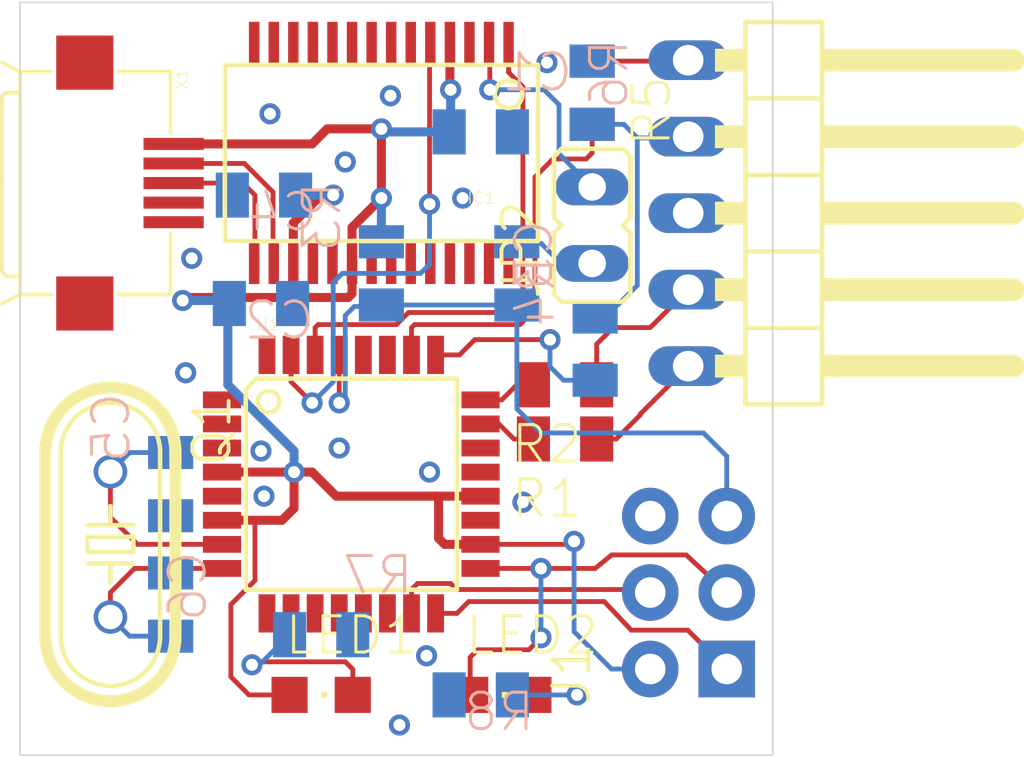
<source format=kicad_pcb>
(kicad_pcb (version 20171130) (host pcbnew 5.1.5+dfsg1-2build2)

  (general
    (thickness 1.6)
    (drawings 4)
    (tracks 207)
    (zones 0)
    (modules 23)
    (nets 52)
  )

  (page A4)
  (layers
    (0 Top signal)
    (31 Bottom signal)
    (32 B.Adhes user hide)
    (33 F.Adhes user hide)
    (34 B.Paste user hide)
    (35 F.Paste user hide)
    (36 B.SilkS user hide)
    (37 F.SilkS user hide)
    (38 B.Mask user hide)
    (39 F.Mask user hide)
    (40 Dwgs.User user hide)
    (41 Cmts.User user hide)
    (42 Eco1.User user hide)
    (43 Eco2.User user hide)
    (44 Edge.Cuts user hide)
    (45 Margin user hide)
    (46 B.CrtYd user hide)
    (47 F.CrtYd user hide)
    (48 B.Fab user hide)
    (49 F.Fab user hide)
  )

  (setup
    (last_trace_width 0.25)
    (trace_clearance 0.2)
    (zone_clearance 0.508)
    (zone_45_only no)
    (trace_min 0.16)
    (via_size 0.8)
    (via_drill 0.4)
    (via_min_size 0.4)
    (via_min_drill 0.3)
    (uvia_size 0.3)
    (uvia_drill 0.1)
    (uvias_allowed no)
    (uvia_min_size 0.2)
    (uvia_min_drill 0.1)
    (edge_width 0.05)
    (segment_width 0.2)
    (pcb_text_width 0.3)
    (pcb_text_size 1.5 1.5)
    (mod_edge_width 0.12)
    (mod_text_size 1 1)
    (mod_text_width 0.15)
    (pad_size 1.524 1.524)
    (pad_drill 0.762)
    (pad_to_mask_clearance 0.051)
    (solder_mask_min_width 0.25)
    (aux_axis_origin 0 0)
    (visible_elements FFFFFF7F)
    (pcbplotparams
      (layerselection 0x010fc_ffffffff)
      (usegerberextensions false)
      (usegerberattributes false)
      (usegerberadvancedattributes false)
      (creategerberjobfile false)
      (excludeedgelayer true)
      (linewidth 0.100000)
      (plotframeref false)
      (viasonmask false)
      (mode 1)
      (useauxorigin false)
      (hpglpennumber 1)
      (hpglpenspeed 20)
      (hpglpendiameter 15.000000)
      (psnegative false)
      (psa4output false)
      (plotreference true)
      (plotvalue true)
      (plotinvisibletext false)
      (padsonsilk false)
      (subtractmaskfromsilk false)
      (outputformat 1)
      (mirror false)
      (drillshape 1)
      (scaleselection 1)
      (outputdirectory ""))
  )

  (net 0 "")
  (net 1 GND)
  (net 2 +5V)
  (net 3 "Net-(U1-Pad32)")
  (net 4 "Net-(IC1-Pad5)")
  (net 5 "Net-(IC1-Pad1)")
  (net 6 "Net-(C3-Pad1)")
  (net 7 "Net-(U1-Pad28)")
  (net 8 "Net-(U1-Pad27)")
  (net 9 "Net-(R5-Pad2)")
  (net 10 "Net-(R4-Pad2)")
  (net 11 "Net-(R2-Pad2)")
  (net 12 "Net-(R1-Pad2)")
  (net 13 "Net-(U1-Pad22)")
  (net 14 "Net-(U1-Pad19)")
  (net 15 "Net-(U1-Pad14)")
  (net 16 "Net-(U1-Pad13)")
  (net 17 "Net-(U1-Pad12)")
  (net 18 "Net-(U1-Pad11)")
  (net 19 "Net-(U1-Pad10)")
  (net 20 "Net-(U1-Pad9)")
  (net 21 "Net-(C6-Pad1)")
  (net 22 "Net-(C5-Pad1)")
  (net 23 "Net-(U1-Pad2)")
  (net 24 "Net-(U1-Pad1)")
  (net 25 "Net-(C3-Pad2)")
  (net 26 "Net-(JP1-Pad5)")
  (net 27 "Net-(JP1-Pad4)")
  (net 28 "Net-(JP1-Pad2)")
  (net 29 "Net-(JP1-Pad1)")
  (net 30 "Net-(IC1-Pad2)")
  (net 31 "Net-(LED2-PadC)")
  (net 32 "Net-(LED1-PadC)")
  (net 33 "Net-(IC1-Pad14)")
  (net 34 "Net-(IC1-Pad13)")
  (net 35 "Net-(IC1-Pad12)")
  (net 36 "Net-(IC1-Pad11)")
  (net 37 "Net-(IC1-Pad10)")
  (net 38 "Net-(IC1-Pad9)")
  (net 39 "Net-(IC1-Pad6)")
  (net 40 "Net-(IC1-Pad3)")
  (net 41 "Net-(IC1-Pad15)")
  (net 42 "Net-(IC1-Pad16)")
  (net 43 "Net-(C4-Pad2)")
  (net 44 "Net-(IC1-Pad19)")
  (net 45 "Net-(IC1-Pad22)")
  (net 46 "Net-(IC1-Pad23)")
  (net 47 "Net-(IC1-Pad27)")
  (net 48 "Net-(IC1-Pad28)")
  (net 49 "Net-(J1-Pad3)")
  (net 50 "Net-(J1-Pad1)")
  (net 51 "Net-(J1-Pad4)")

  (net_class Default "To jest domyślna klasa połączeń."
    (clearance 0.2)
    (trace_width 0.25)
    (via_dia 0.8)
    (via_drill 0.4)
    (uvia_dia 0.3)
    (uvia_drill 0.1)
    (add_net +5V)
    (add_net GND)
    (add_net "Net-(C3-Pad1)")
    (add_net "Net-(C3-Pad2)")
    (add_net "Net-(C4-Pad2)")
    (add_net "Net-(C5-Pad1)")
    (add_net "Net-(C6-Pad1)")
    (add_net "Net-(IC1-Pad1)")
    (add_net "Net-(IC1-Pad10)")
    (add_net "Net-(IC1-Pad11)")
    (add_net "Net-(IC1-Pad12)")
    (add_net "Net-(IC1-Pad13)")
    (add_net "Net-(IC1-Pad14)")
    (add_net "Net-(IC1-Pad15)")
    (add_net "Net-(IC1-Pad16)")
    (add_net "Net-(IC1-Pad19)")
    (add_net "Net-(IC1-Pad2)")
    (add_net "Net-(IC1-Pad22)")
    (add_net "Net-(IC1-Pad23)")
    (add_net "Net-(IC1-Pad27)")
    (add_net "Net-(IC1-Pad28)")
    (add_net "Net-(IC1-Pad3)")
    (add_net "Net-(IC1-Pad5)")
    (add_net "Net-(IC1-Pad6)")
    (add_net "Net-(IC1-Pad9)")
    (add_net "Net-(J1-Pad1)")
    (add_net "Net-(J1-Pad3)")
    (add_net "Net-(J1-Pad4)")
    (add_net "Net-(JP1-Pad1)")
    (add_net "Net-(JP1-Pad2)")
    (add_net "Net-(JP1-Pad4)")
    (add_net "Net-(JP1-Pad5)")
    (add_net "Net-(LED1-PadC)")
    (add_net "Net-(LED2-PadC)")
    (add_net "Net-(R1-Pad2)")
    (add_net "Net-(R2-Pad2)")
    (add_net "Net-(R4-Pad2)")
    (add_net "Net-(R5-Pad2)")
    (add_net "Net-(U1-Pad1)")
    (add_net "Net-(U1-Pad10)")
    (add_net "Net-(U1-Pad11)")
    (add_net "Net-(U1-Pad12)")
    (add_net "Net-(U1-Pad13)")
    (add_net "Net-(U1-Pad14)")
    (add_net "Net-(U1-Pad19)")
    (add_net "Net-(U1-Pad2)")
    (add_net "Net-(U1-Pad22)")
    (add_net "Net-(U1-Pad27)")
    (add_net "Net-(U1-Pad28)")
    (add_net "Net-(U1-Pad32)")
    (add_net "Net-(U1-Pad9)")
  )

  (module approg:TQFP32-08 (layer Top) (tedit 0) (tstamp 6414D069)
    (at 147.0011 108.5036)
    (descr "<B>Thin Plasic Quad Flat Package</B> Grid 0.8 mm")
    (path /B9DBF8A6)
    (fp_text reference U1 (at -3.175 -5.08) (layer F.SilkS)
      (effects (font (size 0.38608 0.38608) (thickness 0.032512)) (justify left bottom))
    )
    (fp_text value ATMEGA328P (at -2.54 6.35) (layer F.Fab)
      (effects (font (size 0.38608 0.38608) (thickness 0.032512)) (justify left bottom))
    )
    (fp_poly (pts (xy -3.0286 -3.556) (xy -2.5714 -3.556) (xy -2.5714 -4.5466) (xy -3.0286 -4.5466)) (layer F.Fab) (width 0))
    (fp_poly (pts (xy -2.2286 -3.556) (xy -1.7714 -3.556) (xy -1.7714 -4.5466) (xy -2.2286 -4.5466)) (layer F.Fab) (width 0))
    (fp_poly (pts (xy -1.4286 -3.556) (xy -0.9714 -3.556) (xy -0.9714 -4.5466) (xy -1.4286 -4.5466)) (layer F.Fab) (width 0))
    (fp_poly (pts (xy -0.6286 -3.556) (xy -0.1714 -3.556) (xy -0.1714 -4.5466) (xy -0.6286 -4.5466)) (layer F.Fab) (width 0))
    (fp_poly (pts (xy 0.1714 -3.556) (xy 0.6286 -3.556) (xy 0.6286 -4.5466) (xy 0.1714 -4.5466)) (layer F.Fab) (width 0))
    (fp_poly (pts (xy 0.9714 -3.556) (xy 1.4286 -3.556) (xy 1.4286 -4.5466) (xy 0.9714 -4.5466)) (layer F.Fab) (width 0))
    (fp_poly (pts (xy 1.7714 -3.556) (xy 2.2286 -3.556) (xy 2.2286 -4.5466) (xy 1.7714 -4.5466)) (layer F.Fab) (width 0))
    (fp_poly (pts (xy 2.5714 -3.556) (xy 3.0286 -3.556) (xy 3.0286 -4.5466) (xy 2.5714 -4.5466)) (layer F.Fab) (width 0))
    (fp_poly (pts (xy 3.556 -2.5714) (xy 4.5466 -2.5714) (xy 4.5466 -3.0286) (xy 3.556 -3.0286)) (layer F.Fab) (width 0))
    (fp_poly (pts (xy 3.556 -1.7714) (xy 4.5466 -1.7714) (xy 4.5466 -2.2286) (xy 3.556 -2.2286)) (layer F.Fab) (width 0))
    (fp_poly (pts (xy 3.556 -0.9714) (xy 4.5466 -0.9714) (xy 4.5466 -1.4286) (xy 3.556 -1.4286)) (layer F.Fab) (width 0))
    (fp_poly (pts (xy 3.556 -0.1714) (xy 4.5466 -0.1714) (xy 4.5466 -0.6286) (xy 3.556 -0.6286)) (layer F.Fab) (width 0))
    (fp_poly (pts (xy 3.556 0.6286) (xy 4.5466 0.6286) (xy 4.5466 0.1714) (xy 3.556 0.1714)) (layer F.Fab) (width 0))
    (fp_poly (pts (xy 3.556 1.4286) (xy 4.5466 1.4286) (xy 4.5466 0.9714) (xy 3.556 0.9714)) (layer F.Fab) (width 0))
    (fp_poly (pts (xy 3.556 2.2286) (xy 4.5466 2.2286) (xy 4.5466 1.7714) (xy 3.556 1.7714)) (layer F.Fab) (width 0))
    (fp_poly (pts (xy 3.556 3.0286) (xy 4.5466 3.0286) (xy 4.5466 2.5714) (xy 3.556 2.5714)) (layer F.Fab) (width 0))
    (fp_poly (pts (xy 2.5714 4.5466) (xy 3.0286 4.5466) (xy 3.0286 3.556) (xy 2.5714 3.556)) (layer F.Fab) (width 0))
    (fp_poly (pts (xy 1.7714 4.5466) (xy 2.2286 4.5466) (xy 2.2286 3.556) (xy 1.7714 3.556)) (layer F.Fab) (width 0))
    (fp_poly (pts (xy 0.9714 4.5466) (xy 1.4286 4.5466) (xy 1.4286 3.556) (xy 0.9714 3.556)) (layer F.Fab) (width 0))
    (fp_poly (pts (xy 0.1714 4.5466) (xy 0.6286 4.5466) (xy 0.6286 3.556) (xy 0.1714 3.556)) (layer F.Fab) (width 0))
    (fp_poly (pts (xy -0.6286 4.5466) (xy -0.1714 4.5466) (xy -0.1714 3.556) (xy -0.6286 3.556)) (layer F.Fab) (width 0))
    (fp_poly (pts (xy -1.4286 4.5466) (xy -0.9714 4.5466) (xy -0.9714 3.556) (xy -1.4286 3.556)) (layer F.Fab) (width 0))
    (fp_poly (pts (xy -2.2286 4.5466) (xy -1.7714 4.5466) (xy -1.7714 3.556) (xy -2.2286 3.556)) (layer F.Fab) (width 0))
    (fp_poly (pts (xy -3.0286 4.5466) (xy -2.5714 4.5466) (xy -2.5714 3.556) (xy -3.0286 3.556)) (layer F.Fab) (width 0))
    (fp_poly (pts (xy -4.5466 3.0286) (xy -3.556 3.0286) (xy -3.556 2.5714) (xy -4.5466 2.5714)) (layer F.Fab) (width 0))
    (fp_poly (pts (xy -4.5466 2.2286) (xy -3.556 2.2286) (xy -3.556 1.7714) (xy -4.5466 1.7714)) (layer F.Fab) (width 0))
    (fp_poly (pts (xy -4.5466 1.4286) (xy -3.556 1.4286) (xy -3.556 0.9714) (xy -4.5466 0.9714)) (layer F.Fab) (width 0))
    (fp_poly (pts (xy -4.5466 0.6286) (xy -3.556 0.6286) (xy -3.556 0.1714) (xy -4.5466 0.1714)) (layer F.Fab) (width 0))
    (fp_poly (pts (xy -4.5466 -0.1714) (xy -3.556 -0.1714) (xy -3.556 -0.6286) (xy -4.5466 -0.6286)) (layer F.Fab) (width 0))
    (fp_poly (pts (xy -4.5466 -0.9714) (xy -3.556 -0.9714) (xy -3.556 -1.4286) (xy -4.5466 -1.4286)) (layer F.Fab) (width 0))
    (fp_poly (pts (xy -4.5466 -1.7714) (xy -3.556 -1.7714) (xy -3.556 -2.2286) (xy -4.5466 -2.2286)) (layer F.Fab) (width 0))
    (fp_poly (pts (xy -4.5466 -2.5714) (xy -3.556 -2.5714) (xy -3.556 -3.0286) (xy -4.5466 -3.0286)) (layer F.Fab) (width 0))
    (fp_circle (center -2.7432 -2.7432) (end -2.384 -2.7432) (layer F.SilkS) (width 0.1524))
    (fp_line (start -3.15 -3.505) (end -3.505 -3.15) (layer F.SilkS) (width 0.1524))
    (fp_line (start -3.15 -3.505) (end 3.505 -3.505) (layer F.SilkS) (width 0.1524))
    (fp_line (start -3.505 3.505) (end -3.505 -3.15) (layer F.SilkS) (width 0.1524))
    (fp_line (start 3.505 3.505) (end -3.505 3.505) (layer F.SilkS) (width 0.1524))
    (fp_line (start 3.505 -3.505) (end 3.505 3.505) (layer F.SilkS) (width 0.1524))
    (pad 32 smd rect (at -2.8 -4.2926) (size 0.5588 1.27) (layers Top F.Paste F.Mask)
      (net 3 "Net-(U1-Pad32)") (solder_mask_margin 0.1016))
    (pad 31 smd rect (at -2 -4.2926) (size 0.5588 1.27) (layers Top F.Paste F.Mask)
      (net 4 "Net-(IC1-Pad5)") (solder_mask_margin 0.1016))
    (pad 30 smd rect (at -1.2 -4.2926) (size 0.5588 1.27) (layers Top F.Paste F.Mask)
      (net 5 "Net-(IC1-Pad1)") (solder_mask_margin 0.1016))
    (pad 29 smd rect (at -0.4 -4.2926) (size 0.5588 1.27) (layers Top F.Paste F.Mask)
      (net 6 "Net-(C3-Pad1)") (solder_mask_margin 0.1016))
    (pad 28 smd rect (at 0.4 -4.2926) (size 0.5588 1.27) (layers Top F.Paste F.Mask)
      (net 7 "Net-(U1-Pad28)") (solder_mask_margin 0.1016))
    (pad 27 smd rect (at 1.2 -4.2926) (size 0.5588 1.27) (layers Top F.Paste F.Mask)
      (net 8 "Net-(U1-Pad27)") (solder_mask_margin 0.1016))
    (pad 26 smd rect (at 2 -4.2926) (size 0.5588 1.27) (layers Top F.Paste F.Mask)
      (net 9 "Net-(R5-Pad2)") (solder_mask_margin 0.1016))
    (pad 25 smd rect (at 2.8 -4.2926) (size 0.5588 1.27) (layers Top F.Paste F.Mask)
      (net 10 "Net-(R4-Pad2)") (solder_mask_margin 0.1016))
    (pad 24 smd rect (at 4.2926 -2.8) (size 1.27 0.5588) (layers Top F.Paste F.Mask)
      (net 11 "Net-(R2-Pad2)") (solder_mask_margin 0.1016))
    (pad 23 smd rect (at 4.2926 -2) (size 1.27 0.5588) (layers Top F.Paste F.Mask)
      (net 12 "Net-(R1-Pad2)") (solder_mask_margin 0.1016))
    (pad 22 smd rect (at 4.2926 -1.2) (size 1.27 0.5588) (layers Top F.Paste F.Mask)
      (net 13 "Net-(U1-Pad22)") (solder_mask_margin 0.1016))
    (pad 21 smd rect (at 4.2926 -0.4) (size 1.27 0.5588) (layers Top F.Paste F.Mask)
      (net 1 GND) (solder_mask_margin 0.1016))
    (pad 20 smd rect (at 4.2926 0.4) (size 1.27 0.5588) (layers Top F.Paste F.Mask)
      (net 2 +5V) (solder_mask_margin 0.1016))
    (pad 19 smd rect (at 4.2926 1.2) (size 1.27 0.5588) (layers Top F.Paste F.Mask)
      (net 14 "Net-(U1-Pad19)") (solder_mask_margin 0.1016))
    (pad 18 smd rect (at 4.2926 2) (size 1.27 0.5588) (layers Top F.Paste F.Mask)
      (net 2 +5V) (solder_mask_margin 0.1016))
    (pad 17 smd rect (at 4.2926 2.8) (size 1.27 0.5588) (layers Top F.Paste F.Mask)
      (net 49 "Net-(J1-Pad3)") (solder_mask_margin 0.1016))
    (pad 16 smd rect (at 2.8 4.2926) (size 0.5588 1.27) (layers Top F.Paste F.Mask)
      (net 50 "Net-(J1-Pad1)") (solder_mask_margin 0.1016))
    (pad 15 smd rect (at 2 4.2926) (size 0.5588 1.27) (layers Top F.Paste F.Mask)
      (net 51 "Net-(J1-Pad4)") (solder_mask_margin 0.1016))
    (pad 14 smd rect (at 1.2 4.2926) (size 0.5588 1.27) (layers Top F.Paste F.Mask)
      (net 15 "Net-(U1-Pad14)") (solder_mask_margin 0.1016))
    (pad 13 smd rect (at 0.4 4.2926) (size 0.5588 1.27) (layers Top F.Paste F.Mask)
      (net 16 "Net-(U1-Pad13)") (solder_mask_margin 0.1016))
    (pad 12 smd rect (at -0.4 4.2926) (size 0.5588 1.27) (layers Top F.Paste F.Mask)
      (net 17 "Net-(U1-Pad12)") (solder_mask_margin 0.1016))
    (pad 11 smd rect (at -1.2 4.2926) (size 0.5588 1.27) (layers Top F.Paste F.Mask)
      (net 18 "Net-(U1-Pad11)") (solder_mask_margin 0.1016))
    (pad 10 smd rect (at -2 4.2926) (size 0.5588 1.27) (layers Top F.Paste F.Mask)
      (net 19 "Net-(U1-Pad10)") (solder_mask_margin 0.1016))
    (pad 9 smd rect (at -2.8 4.2926) (size 0.5588 1.27) (layers Top F.Paste F.Mask)
      (net 20 "Net-(U1-Pad9)") (solder_mask_margin 0.1016))
    (pad 8 smd rect (at -4.2926 2.8) (size 1.27 0.5588) (layers Top F.Paste F.Mask)
      (net 21 "Net-(C6-Pad1)") (solder_mask_margin 0.1016))
    (pad 7 smd rect (at -4.2926 2) (size 1.27 0.5588) (layers Top F.Paste F.Mask)
      (net 22 "Net-(C5-Pad1)") (solder_mask_margin 0.1016))
    (pad 6 smd rect (at -4.2926 1.2) (size 1.27 0.5588) (layers Top F.Paste F.Mask)
      (net 2 +5V) (solder_mask_margin 0.1016))
    (pad 5 smd rect (at -4.2926 0.4) (size 1.27 0.5588) (layers Top F.Paste F.Mask)
      (net 1 GND) (solder_mask_margin 0.1016))
    (pad 4 smd rect (at -4.2926 -0.4) (size 1.27 0.5588) (layers Top F.Paste F.Mask)
      (net 2 +5V) (solder_mask_margin 0.1016))
    (pad 3 smd rect (at -4.2926 -1.2) (size 1.27 0.5588) (layers Top F.Paste F.Mask)
      (net 1 GND) (solder_mask_margin 0.1016))
    (pad 2 smd rect (at -4.2926 -2) (size 1.27 0.5588) (layers Top F.Paste F.Mask)
      (net 23 "Net-(U1-Pad2)") (solder_mask_margin 0.1016))
    (pad 1 smd rect (at -4.2926 -2.8) (size 1.27 0.5588) (layers Top F.Paste F.Mask)
      (net 24 "Net-(U1-Pad1)") (solder_mask_margin 0.1016))
  )

  (module approg:HC49_S (layer Top) (tedit 0) (tstamp 6414D0B2)
    (at 139.0011 110.5036 270)
    (descr <b>CRYSTAL</b>)
    (path /251395D1)
    (fp_text reference Q1 (at -5.08 -2.667 270) (layer F.SilkS)
      (effects (font (size 1.2065 1.2065) (thickness 0.127)) (justify right top))
    )
    (fp_text value 16MHz (at -5.08 3.937 270) (layer F.Fab)
      (effects (font (size 1.2065 1.2065) (thickness 0.127)) (justify right top))
    )
    (fp_poly (pts (xy 5.08 1.27) (xy 5.715 1.27) (xy 5.715 -1.27) (xy 5.08 -1.27)) (layer Dwgs.User) (width 0))
    (fp_poly (pts (xy 4.445 1.905) (xy 5.08 1.905) (xy 5.08 -1.905) (xy 4.445 -1.905)) (layer Dwgs.User) (width 0))
    (fp_poly (pts (xy -5.715 1.27) (xy -5.08 1.27) (xy -5.08 -1.27) (xy -5.715 -1.27)) (layer Dwgs.User) (width 0))
    (fp_poly (pts (xy -5.08 1.905) (xy -4.445 1.905) (xy -4.445 -1.905) (xy -5.08 -1.905)) (layer Dwgs.User) (width 0))
    (fp_poly (pts (xy -4.445 2.54) (xy 4.445 2.54) (xy 4.445 -2.54) (xy -4.445 -2.54)) (layer Dwgs.User) (width 0))
    (fp_arc (start 3.048 0) (end 3.048 1.651) (angle -180) (layer F.SilkS) (width 0.1524))
    (fp_arc (start -3.048 0) (end -3.048 -1.651) (angle -180) (layer F.SilkS) (width 0.1524))
    (fp_arc (start 3.048 0) (end 3.048 2.159) (angle -180) (layer F.SilkS) (width 0.4064))
    (fp_arc (start -3.048 0) (end -3.048 -2.159) (angle -180) (layer F.SilkS) (width 0.4064))
    (fp_line (start -0.635 0) (end -1.27 0) (layer F.SilkS) (width 0.1524))
    (fp_line (start 0.635 0) (end 1.27 0) (layer F.SilkS) (width 0.1524))
    (fp_line (start -0.635 0) (end -0.635 0.762) (layer F.SilkS) (width 0.1524))
    (fp_line (start -0.635 -0.762) (end -0.635 0) (layer F.SilkS) (width 0.1524))
    (fp_line (start 0.635 0) (end 0.635 0.762) (layer F.SilkS) (width 0.1524))
    (fp_line (start 0.635 -0.762) (end 0.635 0) (layer F.SilkS) (width 0.1524))
    (fp_line (start -0.254 0.762) (end -0.254 -0.762) (layer F.SilkS) (width 0.1524))
    (fp_line (start 0.254 0.762) (end -0.254 0.762) (layer F.SilkS) (width 0.1524))
    (fp_line (start 0.254 -0.762) (end 0.254 0.762) (layer F.SilkS) (width 0.1524))
    (fp_line (start -0.254 -0.762) (end 0.254 -0.762) (layer F.SilkS) (width 0.1524))
    (fp_line (start 3.048 -1.651) (end -3.048 -1.651) (layer F.SilkS) (width 0.1524))
    (fp_line (start -3.048 1.651) (end 3.048 1.651) (layer F.SilkS) (width 0.1524))
    (fp_line (start -3.048 -2.159) (end 3.048 -2.159) (layer F.SilkS) (width 0.4064))
    (fp_line (start -3.048 2.159) (end 3.048 2.159) (layer F.SilkS) (width 0.4064))
    (pad 2 thru_hole circle (at 2.413 0 270) (size 1.1128 1.1128) (drill 0.8128) (layers *.Cu *.Mask)
      (net 21 "Net-(C6-Pad1)") (solder_mask_margin 0.1016))
    (pad 1 thru_hole circle (at -2.413 0 270) (size 1.1128 1.1128) (drill 0.8128) (layers *.Cu *.Mask)
      (net 22 "Net-(C5-Pad1)") (solder_mask_margin 0.1016))
  )

  (module approg:R0805 (layer Bottom) (tedit 0) (tstamp 6414D0CE)
    (at 141.0011 108.5036 270)
    (path /2C64D552)
    (fp_text reference C5 (at -0.635 1.27 270) (layer B.SilkS)
      (effects (font (size 1.2065 1.2065) (thickness 0.1016)) (justify right bottom mirror))
    )
    (fp_text value 22p (at -0.635 -2.54 270) (layer B.Fab)
      (effects (font (size 1.2065 1.2065) (thickness 0.1016)) (justify right bottom mirror))
    )
    (fp_poly (pts (xy -0.1999 -0.5001) (xy 0.1999 -0.5001) (xy 0.1999 0.5001) (xy -0.1999 0.5001)) (layer B.Adhes) (width 0))
    (fp_poly (pts (xy -1.0668 -0.6985) (xy -0.4168 -0.6985) (xy -0.4168 0.7015) (xy -1.0668 0.7015)) (layer B.Fab) (width 0))
    (fp_poly (pts (xy 0.4064 -0.6985) (xy 1.0564 -0.6985) (xy 1.0564 0.7015) (xy 0.4064 0.7015)) (layer B.Fab) (width 0))
    (fp_line (start -1.973 -0.983) (end -1.973 0.983) (layer Dwgs.User) (width 0.0508))
    (fp_line (start 1.973 -0.983) (end -1.973 -0.983) (layer Dwgs.User) (width 0.0508))
    (fp_line (start 1.973 0.983) (end 1.973 -0.983) (layer Dwgs.User) (width 0.0508))
    (fp_line (start -1.973 0.983) (end 1.973 0.983) (layer Dwgs.User) (width 0.0508))
    (fp_line (start -0.41 -0.635) (end 0.41 -0.635) (layer B.Fab) (width 0.1524))
    (fp_line (start -0.41 0.635) (end 0.41 0.635) (layer B.Fab) (width 0.1524))
    (pad 2 smd rect (at 1.05 0 270) (size 1.1 1.5) (layers Bottom B.Paste B.Mask)
      (net 1 GND) (solder_mask_margin 0.1016))
    (pad 1 smd rect (at -1.05 0 270) (size 1.1 1.5) (layers Bottom B.Paste B.Mask)
      (net 22 "Net-(C5-Pad1)") (solder_mask_margin 0.1016))
  )

  (module approg:R0805 (layer Bottom) (tedit 0) (tstamp 6414D0DC)
    (at 141.0011 112.5036 90)
    (path /2B1091FC)
    (fp_text reference C6 (at -0.635 1.27 90) (layer B.SilkS)
      (effects (font (size 1.2065 1.2065) (thickness 0.1016)) (justify right bottom mirror))
    )
    (fp_text value 22p (at -0.635 -2.54 90) (layer B.Fab)
      (effects (font (size 1.2065 1.2065) (thickness 0.1016)) (justify right bottom mirror))
    )
    (fp_poly (pts (xy -0.1999 -0.5001) (xy 0.1999 -0.5001) (xy 0.1999 0.5001) (xy -0.1999 0.5001)) (layer B.Adhes) (width 0))
    (fp_poly (pts (xy -1.0668 -0.6985) (xy -0.4168 -0.6985) (xy -0.4168 0.7015) (xy -1.0668 0.7015)) (layer B.Fab) (width 0))
    (fp_poly (pts (xy 0.4064 -0.6985) (xy 1.0564 -0.6985) (xy 1.0564 0.7015) (xy 0.4064 0.7015)) (layer B.Fab) (width 0))
    (fp_line (start -1.973 -0.983) (end -1.973 0.983) (layer Dwgs.User) (width 0.0508))
    (fp_line (start 1.973 -0.983) (end -1.973 -0.983) (layer Dwgs.User) (width 0.0508))
    (fp_line (start 1.973 0.983) (end 1.973 -0.983) (layer Dwgs.User) (width 0.0508))
    (fp_line (start -1.973 0.983) (end 1.973 0.983) (layer Dwgs.User) (width 0.0508))
    (fp_line (start -0.41 -0.635) (end 0.41 -0.635) (layer B.Fab) (width 0.1524))
    (fp_line (start -0.41 0.635) (end 0.41 0.635) (layer B.Fab) (width 0.1524))
    (pad 2 smd rect (at 1.05 0 90) (size 1.1 1.5) (layers Bottom B.Paste B.Mask)
      (net 1 GND) (solder_mask_margin 0.1016))
    (pad 1 smd rect (at -1.05 0 90) (size 1.1 1.5) (layers Bottom B.Paste B.Mask)
      (net 21 "Net-(C6-Pad1)") (solder_mask_margin 0.1016))
  )

  (module approg:R0805 (layer Bottom) (tedit 0) (tstamp 6414D0EA)
    (at 144.0011 102.5036)
    (path /500D594B)
    (fp_text reference C2 (at -0.635 1.27) (layer B.SilkS)
      (effects (font (size 1.2065 1.2065) (thickness 0.1016)) (justify right bottom mirror))
    )
    (fp_text value 1u (at -0.635 -2.54) (layer B.Fab)
      (effects (font (size 1.2065 1.2065) (thickness 0.1016)) (justify right bottom mirror))
    )
    (fp_poly (pts (xy -0.1999 -0.5001) (xy 0.1999 -0.5001) (xy 0.1999 0.5001) (xy -0.1999 0.5001)) (layer B.Adhes) (width 0))
    (fp_poly (pts (xy -1.0668 -0.6985) (xy -0.4168 -0.6985) (xy -0.4168 0.7015) (xy -1.0668 0.7015)) (layer B.Fab) (width 0))
    (fp_poly (pts (xy 0.4064 -0.6985) (xy 1.0564 -0.6985) (xy 1.0564 0.7015) (xy 0.4064 0.7015)) (layer B.Fab) (width 0))
    (fp_line (start -1.973 -0.983) (end -1.973 0.983) (layer Dwgs.User) (width 0.0508))
    (fp_line (start 1.973 -0.983) (end -1.973 -0.983) (layer Dwgs.User) (width 0.0508))
    (fp_line (start 1.973 0.983) (end 1.973 -0.983) (layer Dwgs.User) (width 0.0508))
    (fp_line (start -1.973 0.983) (end 1.973 0.983) (layer Dwgs.User) (width 0.0508))
    (fp_line (start -0.41 -0.635) (end 0.41 -0.635) (layer B.Fab) (width 0.1524))
    (fp_line (start -0.41 0.635) (end 0.41 0.635) (layer B.Fab) (width 0.1524))
    (pad 2 smd rect (at 1.05 0) (size 1.1 1.5) (layers Bottom B.Paste B.Mask)
      (net 1 GND) (solder_mask_margin 0.1016))
    (pad 1 smd rect (at -1.05 0) (size 1.1 1.5) (layers Bottom B.Paste B.Mask)
      (net 2 +5V) (solder_mask_margin 0.1016))
  )

  (module approg:R0805 (layer Bottom) (tedit 0) (tstamp 6414D0F8)
    (at 152.5011 101.5036 90)
    (path /33E2C1B3)
    (fp_text reference C3 (at -0.635 1.27 90) (layer B.SilkS)
      (effects (font (size 1.2065 1.2065) (thickness 0.1016)) (justify right bottom mirror))
    )
    (fp_text value 1u (at -0.635 -2.54 90) (layer B.Fab)
      (effects (font (size 1.2065 1.2065) (thickness 0.1016)) (justify right bottom mirror))
    )
    (fp_poly (pts (xy -0.1999 -0.5001) (xy 0.1999 -0.5001) (xy 0.1999 0.5001) (xy -0.1999 0.5001)) (layer B.Adhes) (width 0))
    (fp_poly (pts (xy -1.0668 -0.6985) (xy -0.4168 -0.6985) (xy -0.4168 0.7015) (xy -1.0668 0.7015)) (layer B.Fab) (width 0))
    (fp_poly (pts (xy 0.4064 -0.6985) (xy 1.0564 -0.6985) (xy 1.0564 0.7015) (xy 0.4064 0.7015)) (layer B.Fab) (width 0))
    (fp_line (start -1.973 -0.983) (end -1.973 0.983) (layer Dwgs.User) (width 0.0508))
    (fp_line (start 1.973 -0.983) (end -1.973 -0.983) (layer Dwgs.User) (width 0.0508))
    (fp_line (start 1.973 0.983) (end 1.973 -0.983) (layer Dwgs.User) (width 0.0508))
    (fp_line (start -1.973 0.983) (end 1.973 0.983) (layer Dwgs.User) (width 0.0508))
    (fp_line (start -0.41 -0.635) (end 0.41 -0.635) (layer B.Fab) (width 0.1524))
    (fp_line (start -0.41 0.635) (end 0.41 0.635) (layer B.Fab) (width 0.1524))
    (pad 2 smd rect (at 1.05 0 90) (size 1.1 1.5) (layers Bottom B.Paste B.Mask)
      (net 25 "Net-(C3-Pad2)") (solder_mask_margin 0.1016))
    (pad 1 smd rect (at -1.05 0 90) (size 1.1 1.5) (layers Bottom B.Paste B.Mask)
      (net 6 "Net-(C3-Pad1)") (solder_mask_margin 0.1016))
  )

  (module approg:R0805 (layer Bottom) (tedit 0) (tstamp 6414D106)
    (at 148.0011 101.5036 270)
    (path /26020ECB)
    (fp_text reference R3 (at -0.635 1.27 270) (layer B.SilkS)
      (effects (font (size 1.2065 1.2065) (thickness 0.1016)) (justify right bottom mirror))
    )
    (fp_text value 10k (at -0.635 -2.54 270) (layer B.Fab)
      (effects (font (size 1.2065 1.2065) (thickness 0.1016)) (justify right bottom mirror))
    )
    (fp_poly (pts (xy -0.1999 -0.5001) (xy 0.1999 -0.5001) (xy 0.1999 0.5001) (xy -0.1999 0.5001)) (layer B.Adhes) (width 0))
    (fp_poly (pts (xy -1.0668 -0.6985) (xy -0.4168 -0.6985) (xy -0.4168 0.7015) (xy -1.0668 0.7015)) (layer B.Fab) (width 0))
    (fp_poly (pts (xy 0.4064 -0.6985) (xy 1.0564 -0.6985) (xy 1.0564 0.7015) (xy 0.4064 0.7015)) (layer B.Fab) (width 0))
    (fp_line (start -1.973 -0.983) (end -1.973 0.983) (layer Dwgs.User) (width 0.0508))
    (fp_line (start 1.973 -0.983) (end -1.973 -0.983) (layer Dwgs.User) (width 0.0508))
    (fp_line (start 1.973 0.983) (end 1.973 -0.983) (layer Dwgs.User) (width 0.0508))
    (fp_line (start -1.973 0.983) (end 1.973 0.983) (layer Dwgs.User) (width 0.0508))
    (fp_line (start -0.41 -0.635) (end 0.41 -0.635) (layer B.Fab) (width 0.1524))
    (fp_line (start -0.41 0.635) (end 0.41 0.635) (layer B.Fab) (width 0.1524))
    (pad 2 smd rect (at 1.05 0 270) (size 1.1 1.5) (layers Bottom B.Paste B.Mask)
      (net 6 "Net-(C3-Pad1)") (solder_mask_margin 0.1016))
    (pad 1 smd rect (at -1.05 0 270) (size 1.1 1.5) (layers Bottom B.Paste B.Mask)
      (net 2 +5V) (solder_mask_margin 0.1016))
  )

  (module approg:1X05_90 (layer Top) (tedit 0) (tstamp 6414D114)
    (at 162.0011 99.5036 270)
    (descr "<b>PIN HEADER</b>")
    (path /2F430EF2)
    (fp_text reference JP1 (at -6.985 3.81) (layer F.SilkS)
      (effects (font (size 1.2065 1.2065) (thickness 0.127)) (justify left bottom))
    )
    (fp_text value PINHD-1X5_90 (at 8.255 3.81) (layer F.Fab)
      (effects (font (size 1.2065 1.2065) (thickness 0.1016)) (justify left bottom))
    )
    (fp_poly (pts (xy 4.699 2.921) (xy 5.461 2.921) (xy 5.461 1.905) (xy 4.699 1.905)) (layer F.SilkS) (width 0))
    (fp_poly (pts (xy 2.159 2.921) (xy 2.921 2.921) (xy 2.921 1.905) (xy 2.159 1.905)) (layer F.SilkS) (width 0))
    (fp_poly (pts (xy -0.381 2.921) (xy 0.381 2.921) (xy 0.381 1.905) (xy -0.381 1.905)) (layer F.SilkS) (width 0))
    (fp_poly (pts (xy -2.921 2.921) (xy -2.159 2.921) (xy -2.159 1.905) (xy -2.921 1.905)) (layer F.SilkS) (width 0))
    (fp_poly (pts (xy -5.461 2.921) (xy -4.699 2.921) (xy -4.699 1.905) (xy -5.461 1.905)) (layer F.SilkS) (width 0))
    (fp_poly (pts (xy 4.699 -0.635) (xy 5.461 -0.635) (xy 5.461 -1.143) (xy 4.699 -1.143)) (layer F.SilkS) (width 0))
    (fp_poly (pts (xy 2.159 -0.635) (xy 2.921 -0.635) (xy 2.921 -1.143) (xy 2.159 -1.143)) (layer F.SilkS) (width 0))
    (fp_poly (pts (xy -0.381 -0.635) (xy 0.381 -0.635) (xy 0.381 -1.143) (xy -0.381 -1.143)) (layer F.SilkS) (width 0))
    (fp_poly (pts (xy -2.921 -0.635) (xy -2.159 -0.635) (xy -2.159 -1.143) (xy -2.921 -1.143)) (layer F.SilkS) (width 0))
    (fp_poly (pts (xy -5.461 -0.635) (xy -4.699 -0.635) (xy -4.699 -1.143) (xy -5.461 -1.143)) (layer F.SilkS) (width 0))
    (fp_line (start 5.08 -6.985) (end 5.08 -1.27) (layer F.SilkS) (width 0.762))
    (fp_line (start 6.35 -0.635) (end 3.81 -0.635) (layer F.SilkS) (width 0.1524))
    (fp_line (start 6.35 1.905) (end 6.35 -0.635) (layer F.SilkS) (width 0.1524))
    (fp_line (start 3.81 1.905) (end 6.35 1.905) (layer F.SilkS) (width 0.1524))
    (fp_line (start 2.54 -6.985) (end 2.54 -1.27) (layer F.SilkS) (width 0.762))
    (fp_line (start 3.81 -0.635) (end 1.27 -0.635) (layer F.SilkS) (width 0.1524))
    (fp_line (start 3.81 1.905) (end 3.81 -0.635) (layer F.SilkS) (width 0.1524))
    (fp_line (start 1.27 1.905) (end 3.81 1.905) (layer F.SilkS) (width 0.1524))
    (fp_line (start 0 -6.985) (end 0 -1.27) (layer F.SilkS) (width 0.762))
    (fp_line (start 1.27 -0.635) (end -1.27 -0.635) (layer F.SilkS) (width 0.1524))
    (fp_line (start 1.27 1.905) (end 1.27 -0.635) (layer F.SilkS) (width 0.1524))
    (fp_line (start -1.27 1.905) (end 1.27 1.905) (layer F.SilkS) (width 0.1524))
    (fp_line (start -2.54 -6.985) (end -2.54 -1.27) (layer F.SilkS) (width 0.762))
    (fp_line (start -1.27 -0.635) (end -3.81 -0.635) (layer F.SilkS) (width 0.1524))
    (fp_line (start -1.27 1.905) (end -1.27 -0.635) (layer F.SilkS) (width 0.1524))
    (fp_line (start -3.81 1.905) (end -1.27 1.905) (layer F.SilkS) (width 0.1524))
    (fp_line (start -5.08 -6.985) (end -5.08 -1.27) (layer F.SilkS) (width 0.762))
    (fp_line (start -6.35 -0.635) (end -6.35 1.905) (layer F.SilkS) (width 0.1524))
    (fp_line (start -3.81 -0.635) (end -6.35 -0.635) (layer F.SilkS) (width 0.1524))
    (fp_line (start -3.81 1.905) (end -3.81 -0.635) (layer F.SilkS) (width 0.1524))
    (fp_line (start -6.35 1.905) (end -3.81 1.905) (layer F.SilkS) (width 0.1524))
    (pad 5 thru_hole oval (at 5.08 3.81) (size 2.632 1.316) (drill 1.016) (layers *.Cu *.Mask)
      (net 26 "Net-(JP1-Pad5)") (solder_mask_margin 0.1016))
    (pad 4 thru_hole oval (at 2.54 3.81) (size 2.632 1.316) (drill 1.016) (layers *.Cu *.Mask)
      (net 27 "Net-(JP1-Pad4)") (solder_mask_margin 0.1016))
    (pad 3 thru_hole oval (at 0 3.81) (size 2.632 1.316) (drill 1.016) (layers *.Cu *.Mask)
      (net 1 GND) (solder_mask_margin 0.1016))
    (pad 2 thru_hole oval (at -2.54 3.81) (size 2.632 1.316) (drill 1.016) (layers *.Cu *.Mask)
      (net 28 "Net-(JP1-Pad2)") (solder_mask_margin 0.1016))
    (pad 1 thru_hole oval (at -5.08 3.81) (size 2.632 1.316) (drill 1.016) (layers *.Cu *.Mask)
      (net 29 "Net-(JP1-Pad1)") (solder_mask_margin 0.1016))
  )

  (module approg:JP1 (layer Top) (tedit 0) (tstamp 6414D13B)
    (at 155.0011 99.9036)
    (descr <b>JUMPER</b>)
    (path /FA93C76E)
    (fp_text reference JP2 (at -1.651 2.54 90) (layer F.SilkS)
      (effects (font (size 1.2065 1.2065) (thickness 0.127)) (justify left bottom))
    )
    (fp_text value JP1E (at 2.921 2.54 90) (layer F.Fab)
      (effects (font (size 1.2065 1.2065) (thickness 0.127)) (justify left bottom))
    )
    (fp_poly (pts (xy -0.3048 1.5748) (xy 0.3048 1.5748) (xy 0.3048 0.9652) (xy -0.3048 0.9652)) (layer F.Fab) (width 0))
    (fp_poly (pts (xy -0.3048 -0.9652) (xy 0.3048 -0.9652) (xy 0.3048 -1.5748) (xy -0.3048 -1.5748)) (layer F.Fab) (width 0))
    (fp_line (start -1.016 2.54) (end 1.016 2.54) (layer F.SilkS) (width 0.1524))
    (fp_line (start -1.016 2.54) (end -1.27 2.286) (layer F.SilkS) (width 0.1524))
    (fp_line (start -1.27 0.254) (end -1.27 2.286) (layer F.SilkS) (width 0.1524))
    (fp_line (start -1.27 -2.286) (end -1.27 -0.254) (layer F.SilkS) (width 0.1524))
    (fp_line (start -1.27 -2.286) (end -1.016 -2.54) (layer F.SilkS) (width 0.1524))
    (fp_line (start 1.016 -2.54) (end -1.016 -2.54) (layer F.SilkS) (width 0.1524))
    (fp_line (start 1.27 -2.286) (end 1.27 -0.254) (layer F.SilkS) (width 0.1524))
    (fp_line (start 1.27 -2.286) (end 1.016 -2.54) (layer F.SilkS) (width 0.1524))
    (fp_line (start 1.016 2.54) (end 1.27 2.286) (layer F.SilkS) (width 0.1524))
    (fp_line (start 1.27 0.254) (end 1.27 2.286) (layer F.SilkS) (width 0.1524))
    (fp_line (start 1.016 0) (end 1.27 0.254) (layer F.SilkS) (width 0.1524))
    (fp_line (start 1.016 0) (end 1.27 -0.254) (layer F.SilkS) (width 0.1524))
    (fp_line (start -1.016 0) (end -1.27 0.254) (layer F.SilkS) (width 0.1524))
    (fp_line (start -1.016 0) (end -1.27 -0.254) (layer F.SilkS) (width 0.1524))
    (pad 2 thru_hole oval (at 0 -1.27) (size 2.4288 1.2144) (drill 0.9144) (layers *.Cu *.Mask)
      (net 30 "Net-(IC1-Pad2)") (solder_mask_margin 0.1016))
    (pad 1 thru_hole oval (at 0 1.27) (size 2.4288 1.2144) (drill 0.9144) (layers *.Cu *.Mask)
      (net 25 "Net-(C3-Pad2)") (solder_mask_margin 0.1016))
  )

  (module approg:2X3-NS (layer Top) (tedit 0) (tstamp 6414D150)
    (at 158.2011 112.1036 90)
    (path /0F426D14)
    (fp_text reference J1 (at -3.81 -3.175 90) (layer F.SilkS)
      (effects (font (size 1.2065 1.2065) (thickness 0.127)) (justify left bottom))
    )
    (fp_text value AVR_SPI_PRG_6NS (at -3.81 4.445 90) (layer F.Fab)
      (effects (font (size 1.2065 1.2065) (thickness 0.1016)) (justify left bottom))
    )
    (fp_poly (pts (xy 2.286 1.524) (xy 2.794 1.524) (xy 2.794 1.016) (xy 2.286 1.016)) (layer F.Fab) (width 0))
    (fp_poly (pts (xy 2.286 -1.016) (xy 2.794 -1.016) (xy 2.794 -1.524) (xy 2.286 -1.524)) (layer F.Fab) (width 0))
    (fp_poly (pts (xy -0.254 1.524) (xy 0.254 1.524) (xy 0.254 1.016) (xy -0.254 1.016)) (layer F.Fab) (width 0))
    (fp_poly (pts (xy -0.254 -1.016) (xy 0.254 -1.016) (xy 0.254 -1.524) (xy -0.254 -1.524)) (layer F.Fab) (width 0))
    (fp_poly (pts (xy -2.794 -1.016) (xy -2.286 -1.016) (xy -2.286 -1.524) (xy -2.794 -1.524)) (layer F.Fab) (width 0))
    (fp_poly (pts (xy -2.794 1.524) (xy -2.286 1.524) (xy -2.286 1.016) (xy -2.794 1.016)) (layer F.Fab) (width 0))
    (fp_line (start -1.905 2.875) (end -3.175 2.875) (layer F.Fab) (width 0.2032))
    (fp_line (start -3.175 2.54) (end -1.905 2.54) (layer F.Fab) (width 0.2032))
    (fp_line (start -0.635 2.54) (end 0.635 2.54) (layer F.Fab) (width 0.2032))
    (fp_line (start 1.905 2.54) (end 3.175 2.54) (layer F.Fab) (width 0.2032))
    (fp_line (start 3.81 -1.905) (end 3.81 1.905) (layer F.Fab) (width 0.2032))
    (fp_line (start 1.27 -1.905) (end 1.27 1.905) (layer F.Fab) (width 0.2032))
    (fp_line (start -1.27 -1.905) (end -1.27 1.905) (layer F.Fab) (width 0.2032))
    (fp_line (start 3.175 -2.54) (end 3.81 -1.905) (layer F.Fab) (width 0.2032))
    (fp_line (start 1.905 -2.54) (end 3.175 -2.54) (layer F.Fab) (width 0.2032))
    (fp_line (start 1.27 -1.905) (end 1.905 -2.54) (layer F.Fab) (width 0.2032))
    (fp_line (start 0.635 -2.54) (end 1.27 -1.905) (layer F.Fab) (width 0.2032))
    (fp_line (start -0.635 -2.54) (end 0.635 -2.54) (layer F.Fab) (width 0.2032))
    (fp_line (start -1.27 -1.905) (end -0.635 -2.54) (layer F.Fab) (width 0.2032))
    (fp_line (start -1.905 -2.54) (end -1.27 -1.905) (layer F.Fab) (width 0.2032))
    (fp_line (start -3.175 -2.54) (end -1.905 -2.54) (layer F.Fab) (width 0.2032))
    (fp_line (start -3.81 -1.905) (end -3.175 -2.54) (layer F.Fab) (width 0.2032))
    (fp_line (start -3.81 1.905) (end -3.81 -1.905) (layer F.Fab) (width 0.2032))
    (fp_line (start 3.175 2.54) (end 3.81 1.905) (layer F.Fab) (width 0.2032))
    (fp_line (start 1.27 1.905) (end 1.905 2.54) (layer F.Fab) (width 0.2032))
    (fp_line (start 0.635 2.54) (end 1.27 1.905) (layer F.Fab) (width 0.2032))
    (fp_line (start -1.27 1.905) (end -0.635 2.54) (layer F.Fab) (width 0.2032))
    (fp_line (start -1.905 2.54) (end -1.27 1.905) (layer F.Fab) (width 0.2032))
    (fp_line (start -3.81 1.905) (end -3.175 2.54) (layer F.Fab) (width 0.2032))
    (pad 6 thru_hole circle (at 2.54 -1.27 90) (size 1.8796 1.8796) (drill 1.016) (layers *.Cu *.Mask)
      (net 1 GND) (solder_mask_margin 0.1016))
    (pad 5 thru_hole circle (at 2.54 1.27 90) (size 1.8796 1.8796) (drill 1.016) (layers *.Cu *.Mask)
      (net 6 "Net-(C3-Pad1)") (solder_mask_margin 0.1016))
    (pad 4 thru_hole circle (at 0 -1.27 90) (size 1.8796 1.8796) (drill 1.016) (layers *.Cu *.Mask)
      (net 51 "Net-(J1-Pad4)") (solder_mask_margin 0.1016))
    (pad 3 thru_hole circle (at 0 1.27 90) (size 1.8796 1.8796) (drill 1.016) (layers *.Cu *.Mask)
      (net 49 "Net-(J1-Pad3)") (solder_mask_margin 0.1016))
    (pad 2 thru_hole circle (at -2.54 -1.27 90) (size 1.8796 1.8796) (drill 1.016) (layers *.Cu *.Mask)
      (net 2 +5V) (solder_mask_margin 0.1016))
    (pad 1 thru_hole rect (at -2.54 1.27 90) (size 1.8796 1.8796) (drill 1.016) (layers *.Cu *.Mask)
      (net 50 "Net-(J1-Pad1)") (solder_mask_margin 0.1016))
  )

  (module approg:CHIPLED_0805 (layer Top) (tedit 0) (tstamp 6414D176)
    (at 152.0011 115.5036 270)
    (descr "<b>CHIPLED</b><p>\nSource: http://www.osram.convergy.de/ ... LG_R971.pdf")
    (path /6A31474D)
    (fp_text reference LED2 (at -1.27 1.27) (layer F.SilkS)
      (effects (font (size 1.2065 1.2065) (thickness 0.1016)) (justify left bottom))
    )
    (fp_text value LEDCHIPLED_0805 (at 2.54 1.27) (layer F.Fab)
      (effects (font (size 1.2065 1.2065) (thickness 0.1016)) (justify left bottom))
    )
    (fp_poly (pts (xy -0.625 -0.925) (xy -0.3 -0.925) (xy -0.3 -1) (xy -0.625 -1)) (layer F.Fab) (width 0))
    (fp_poly (pts (xy -0.6 -0.5) (xy -0.3 -0.5) (xy -0.3 -0.8) (xy -0.6 -0.8)) (layer F.Fab) (width 0))
    (fp_poly (pts (xy -0.1 0) (xy 0.1 0) (xy 0.1 -0.2) (xy -0.1 -0.2)) (layer F.SilkS) (width 0))
    (fp_poly (pts (xy -0.2 0.675) (xy 0.2 0.675) (xy 0.2 0.5) (xy -0.2 0.5)) (layer F.Fab) (width 0))
    (fp_poly (pts (xy -0.325 0.75) (xy -0.175 0.75) (xy -0.175 0.5) (xy -0.325 0.5)) (layer F.Fab) (width 0))
    (fp_poly (pts (xy 0.175 0.75) (xy 0.325 0.75) (xy 0.325 0.5) (xy 0.175 0.5)) (layer F.Fab) (width 0))
    (fp_poly (pts (xy -0.625 1) (xy -0.3 1) (xy -0.3 0.5) (xy -0.625 0.5)) (layer F.Fab) (width 0))
    (fp_poly (pts (xy 0.3 1) (xy 0.625 1) (xy 0.625 0.5) (xy 0.3 0.5)) (layer F.Fab) (width 0))
    (fp_poly (pts (xy -0.2 -0.5) (xy 0.2 -0.5) (xy 0.2 -0.675) (xy -0.2 -0.675)) (layer F.Fab) (width 0))
    (fp_poly (pts (xy 0.175 -0.5) (xy 0.325 -0.5) (xy 0.325 -0.75) (xy 0.175 -0.75)) (layer F.Fab) (width 0))
    (fp_poly (pts (xy -0.325 -0.5) (xy -0.175 -0.5) (xy -0.175 -0.75) (xy -0.325 -0.75)) (layer F.Fab) (width 0))
    (fp_poly (pts (xy 0.3 -0.5) (xy 0.625 -0.5) (xy 0.625 -1) (xy 0.3 -1)) (layer F.Fab) (width 0))
    (fp_circle (center -0.45 -0.85) (end -0.347 -0.85) (layer F.Fab) (width 0.1016))
    (fp_line (start -0.575 0.5) (end -0.575 -0.925) (layer F.Fab) (width 0.1016))
    (fp_line (start 0.575 -0.525) (end 0.575 0.525) (layer F.Fab) (width 0.1016))
    (fp_arc (start 0 0.979199) (end -0.35 0.925) (angle 162.394521) (layer F.Fab) (width 0.1016))
    (fp_arc (start 0 -0.979199) (end -0.35 -0.925) (angle -162.394521) (layer F.Fab) (width 0.1016))
    (pad A smd rect (at 0 1.05 270) (size 1.2 1.2) (layers Top F.Paste F.Mask)
      (net 49 "Net-(J1-Pad3)") (solder_mask_margin 0.1016))
    (pad C smd rect (at 0 -1.05 270) (size 1.2 1.2) (layers Top F.Paste F.Mask)
      (net 31 "Net-(LED2-PadC)") (solder_mask_margin 0.1016))
  )

  (module approg:R0805 (layer Bottom) (tedit 0) (tstamp 6414D18C)
    (at 151.3011 115.5036)
    (path /E474830A)
    (fp_text reference R8 (at -0.635 1.27) (layer B.SilkS)
      (effects (font (size 1.2065 1.2065) (thickness 0.1016)) (justify right bottom mirror))
    )
    (fp_text value 470 (at -0.635 -2.54) (layer B.Fab)
      (effects (font (size 1.2065 1.2065) (thickness 0.1016)) (justify right bottom mirror))
    )
    (fp_poly (pts (xy -0.1999 -0.5001) (xy 0.1999 -0.5001) (xy 0.1999 0.5001) (xy -0.1999 0.5001)) (layer B.Adhes) (width 0))
    (fp_poly (pts (xy -1.0668 -0.6985) (xy -0.4168 -0.6985) (xy -0.4168 0.7015) (xy -1.0668 0.7015)) (layer B.Fab) (width 0))
    (fp_poly (pts (xy 0.4064 -0.6985) (xy 1.0564 -0.6985) (xy 1.0564 0.7015) (xy 0.4064 0.7015)) (layer B.Fab) (width 0))
    (fp_line (start -1.973 -0.983) (end -1.973 0.983) (layer Dwgs.User) (width 0.0508))
    (fp_line (start 1.973 -0.983) (end -1.973 -0.983) (layer Dwgs.User) (width 0.0508))
    (fp_line (start 1.973 0.983) (end 1.973 -0.983) (layer Dwgs.User) (width 0.0508))
    (fp_line (start -1.973 0.983) (end 1.973 0.983) (layer Dwgs.User) (width 0.0508))
    (fp_line (start -0.41 -0.635) (end 0.41 -0.635) (layer B.Fab) (width 0.1524))
    (fp_line (start -0.41 0.635) (end 0.41 0.635) (layer B.Fab) (width 0.1524))
    (pad 2 smd rect (at 1.05 0) (size 1.1 1.5) (layers Bottom B.Paste B.Mask)
      (net 31 "Net-(LED2-PadC)") (solder_mask_margin 0.1016))
    (pad 1 smd rect (at -1.05 0) (size 1.1 1.5) (layers Bottom B.Paste B.Mask)
      (net 1 GND) (solder_mask_margin 0.1016))
  )

  (module approg:R0805 (layer Bottom) (tedit 0) (tstamp 6414D19A)
    (at 146.0011 113.5036 180)
    (path /C9A5D452)
    (fp_text reference R7 (at -0.635 1.27 180) (layer B.SilkS)
      (effects (font (size 1.2065 1.2065) (thickness 0.1016)) (justify right bottom mirror))
    )
    (fp_text value 470 (at -0.635 -2.54 180) (layer B.Fab)
      (effects (font (size 1.2065 1.2065) (thickness 0.1016)) (justify right bottom mirror))
    )
    (fp_poly (pts (xy -0.1999 -0.5001) (xy 0.1999 -0.5001) (xy 0.1999 0.5001) (xy -0.1999 0.5001)) (layer B.Adhes) (width 0))
    (fp_poly (pts (xy -1.0668 -0.6985) (xy -0.4168 -0.6985) (xy -0.4168 0.7015) (xy -1.0668 0.7015)) (layer B.Fab) (width 0))
    (fp_poly (pts (xy 0.4064 -0.6985) (xy 1.0564 -0.6985) (xy 1.0564 0.7015) (xy 0.4064 0.7015)) (layer B.Fab) (width 0))
    (fp_line (start -1.973 -0.983) (end -1.973 0.983) (layer Dwgs.User) (width 0.0508))
    (fp_line (start 1.973 -0.983) (end -1.973 -0.983) (layer Dwgs.User) (width 0.0508))
    (fp_line (start 1.973 0.983) (end 1.973 -0.983) (layer Dwgs.User) (width 0.0508))
    (fp_line (start -1.973 0.983) (end 1.973 0.983) (layer Dwgs.User) (width 0.0508))
    (fp_line (start -0.41 -0.635) (end 0.41 -0.635) (layer B.Fab) (width 0.1524))
    (fp_line (start -0.41 0.635) (end 0.41 0.635) (layer B.Fab) (width 0.1524))
    (pad 2 smd rect (at 1.05 0 180) (size 1.1 1.5) (layers Bottom B.Paste B.Mask)
      (net 32 "Net-(LED1-PadC)") (solder_mask_margin 0.1016))
    (pad 1 smd rect (at -1.05 0 180) (size 1.1 1.5) (layers Bottom B.Paste B.Mask)
      (net 1 GND) (solder_mask_margin 0.1016))
  )

  (module approg:CHIPLED_0805 (layer Top) (tedit 0) (tstamp 6414D1A8)
    (at 146.0011 115.5036 270)
    (descr "<b>CHIPLED</b><p>\nSource: http://www.osram.convergy.de/ ... LG_R971.pdf")
    (path /D5D4A691)
    (fp_text reference LED1 (at -1.27 1.27) (layer F.SilkS)
      (effects (font (size 1.2065 1.2065) (thickness 0.1016)) (justify left bottom))
    )
    (fp_text value LEDCHIPLED_0805 (at 2.54 1.27) (layer F.Fab)
      (effects (font (size 1.2065 1.2065) (thickness 0.1016)) (justify left bottom))
    )
    (fp_poly (pts (xy -0.625 -0.925) (xy -0.3 -0.925) (xy -0.3 -1) (xy -0.625 -1)) (layer F.Fab) (width 0))
    (fp_poly (pts (xy -0.6 -0.5) (xy -0.3 -0.5) (xy -0.3 -0.8) (xy -0.6 -0.8)) (layer F.Fab) (width 0))
    (fp_poly (pts (xy -0.1 0) (xy 0.1 0) (xy 0.1 -0.2) (xy -0.1 -0.2)) (layer F.SilkS) (width 0))
    (fp_poly (pts (xy -0.2 0.675) (xy 0.2 0.675) (xy 0.2 0.5) (xy -0.2 0.5)) (layer F.Fab) (width 0))
    (fp_poly (pts (xy -0.325 0.75) (xy -0.175 0.75) (xy -0.175 0.5) (xy -0.325 0.5)) (layer F.Fab) (width 0))
    (fp_poly (pts (xy 0.175 0.75) (xy 0.325 0.75) (xy 0.325 0.5) (xy 0.175 0.5)) (layer F.Fab) (width 0))
    (fp_poly (pts (xy -0.625 1) (xy -0.3 1) (xy -0.3 0.5) (xy -0.625 0.5)) (layer F.Fab) (width 0))
    (fp_poly (pts (xy 0.3 1) (xy 0.625 1) (xy 0.625 0.5) (xy 0.3 0.5)) (layer F.Fab) (width 0))
    (fp_poly (pts (xy -0.2 -0.5) (xy 0.2 -0.5) (xy 0.2 -0.675) (xy -0.2 -0.675)) (layer F.Fab) (width 0))
    (fp_poly (pts (xy 0.175 -0.5) (xy 0.325 -0.5) (xy 0.325 -0.75) (xy 0.175 -0.75)) (layer F.Fab) (width 0))
    (fp_poly (pts (xy -0.325 -0.5) (xy -0.175 -0.5) (xy -0.175 -0.75) (xy -0.325 -0.75)) (layer F.Fab) (width 0))
    (fp_poly (pts (xy 0.3 -0.5) (xy 0.625 -0.5) (xy 0.625 -1) (xy 0.3 -1)) (layer F.Fab) (width 0))
    (fp_circle (center -0.45 -0.85) (end -0.347 -0.85) (layer F.Fab) (width 0.1016))
    (fp_line (start -0.575 0.5) (end -0.575 -0.925) (layer F.Fab) (width 0.1016))
    (fp_line (start 0.575 -0.525) (end 0.575 0.525) (layer F.Fab) (width 0.1016))
    (fp_arc (start 0 0.979199) (end -0.35 0.925) (angle 162.394521) (layer F.Fab) (width 0.1016))
    (fp_arc (start 0 -0.979199) (end -0.35 -0.925) (angle -162.394521) (layer F.Fab) (width 0.1016))
    (pad A smd rect (at 0 1.05 270) (size 1.2 1.2) (layers Top F.Paste F.Mask)
      (net 2 +5V) (solder_mask_margin 0.1016))
    (pad C smd rect (at 0 -1.05 270) (size 1.2 1.2) (layers Top F.Paste F.Mask)
      (net 32 "Net-(LED1-PadC)") (solder_mask_margin 0.1016))
  )

  (module approg:R0805 (layer Top) (tedit 0) (tstamp 6414D1BE)
    (at 154.1011 107.0036 180)
    (path /1C1E0795)
    (fp_text reference R1 (at -0.635 -1.27 180) (layer F.SilkS)
      (effects (font (size 1.2065 1.2065) (thickness 0.1016)) (justify right top))
    )
    (fp_text value 470 (at -0.635 2.54 180) (layer F.Fab)
      (effects (font (size 1.2065 1.2065) (thickness 0.1016)) (justify right top))
    )
    (fp_poly (pts (xy -0.1999 0.5001) (xy 0.1999 0.5001) (xy 0.1999 -0.5001) (xy -0.1999 -0.5001)) (layer F.Adhes) (width 0))
    (fp_poly (pts (xy -1.0668 0.6985) (xy -0.4168 0.6985) (xy -0.4168 -0.7015) (xy -1.0668 -0.7015)) (layer F.Fab) (width 0))
    (fp_poly (pts (xy 0.4064 0.6985) (xy 1.0564 0.6985) (xy 1.0564 -0.7015) (xy 0.4064 -0.7015)) (layer F.Fab) (width 0))
    (fp_line (start -1.973 0.983) (end -1.973 -0.983) (layer Dwgs.User) (width 0.0508))
    (fp_line (start 1.973 0.983) (end -1.973 0.983) (layer Dwgs.User) (width 0.0508))
    (fp_line (start 1.973 -0.983) (end 1.973 0.983) (layer Dwgs.User) (width 0.0508))
    (fp_line (start -1.973 -0.983) (end 1.973 -0.983) (layer Dwgs.User) (width 0.0508))
    (fp_line (start -0.41 0.635) (end 0.41 0.635) (layer F.Fab) (width 0.1524))
    (fp_line (start -0.41 -0.635) (end 0.41 -0.635) (layer F.Fab) (width 0.1524))
    (pad 2 smd rect (at 1.05 0 180) (size 1.1 1.5) (layers Top F.Paste F.Mask)
      (net 12 "Net-(R1-Pad2)") (solder_mask_margin 0.1016))
    (pad 1 smd rect (at -1.05 0 180) (size 1.1 1.5) (layers Top F.Paste F.Mask)
      (net 26 "Net-(JP1-Pad5)") (solder_mask_margin 0.1016))
  )

  (module approg:R0805 (layer Top) (tedit 0) (tstamp 6414D1CC)
    (at 154.1011 105.2036 180)
    (path /24183500)
    (fp_text reference R2 (at -0.635 -1.27 180) (layer F.SilkS)
      (effects (font (size 1.2065 1.2065) (thickness 0.1016)) (justify right top))
    )
    (fp_text value 470 (at -0.635 2.54 180) (layer F.Fab)
      (effects (font (size 1.2065 1.2065) (thickness 0.1016)) (justify right top))
    )
    (fp_poly (pts (xy -0.1999 0.5001) (xy 0.1999 0.5001) (xy 0.1999 -0.5001) (xy -0.1999 -0.5001)) (layer F.Adhes) (width 0))
    (fp_poly (pts (xy -1.0668 0.6985) (xy -0.4168 0.6985) (xy -0.4168 -0.7015) (xy -1.0668 -0.7015)) (layer F.Fab) (width 0))
    (fp_poly (pts (xy 0.4064 0.6985) (xy 1.0564 0.6985) (xy 1.0564 -0.7015) (xy 0.4064 -0.7015)) (layer F.Fab) (width 0))
    (fp_line (start -1.973 0.983) (end -1.973 -0.983) (layer Dwgs.User) (width 0.0508))
    (fp_line (start 1.973 0.983) (end -1.973 0.983) (layer Dwgs.User) (width 0.0508))
    (fp_line (start 1.973 -0.983) (end 1.973 0.983) (layer Dwgs.User) (width 0.0508))
    (fp_line (start -1.973 -0.983) (end 1.973 -0.983) (layer Dwgs.User) (width 0.0508))
    (fp_line (start -0.41 0.635) (end 0.41 0.635) (layer F.Fab) (width 0.1524))
    (fp_line (start -0.41 -0.635) (end 0.41 -0.635) (layer F.Fab) (width 0.1524))
    (pad 2 smd rect (at 1.05 0 180) (size 1.1 1.5) (layers Top F.Paste F.Mask)
      (net 11 "Net-(R2-Pad2)") (solder_mask_margin 0.1016))
    (pad 1 smd rect (at -1.05 0 180) (size 1.1 1.5) (layers Top F.Paste F.Mask)
      (net 27 "Net-(JP1-Pad4)") (solder_mask_margin 0.1016))
  )

  (module approg:R0805 (layer Bottom) (tedit 0) (tstamp 6414D1DA)
    (at 155.1011 104.0036 270)
    (path /3D78F112)
    (fp_text reference R4 (at -0.635 1.27 270) (layer B.SilkS)
      (effects (font (size 1.2065 1.2065) (thickness 0.1016)) (justify right bottom mirror))
    )
    (fp_text value 470 (at -0.635 -2.54 270) (layer B.Fab)
      (effects (font (size 1.2065 1.2065) (thickness 0.1016)) (justify right bottom mirror))
    )
    (fp_poly (pts (xy -0.1999 -0.5001) (xy 0.1999 -0.5001) (xy 0.1999 0.5001) (xy -0.1999 0.5001)) (layer B.Adhes) (width 0))
    (fp_poly (pts (xy -1.0668 -0.6985) (xy -0.4168 -0.6985) (xy -0.4168 0.7015) (xy -1.0668 0.7015)) (layer B.Fab) (width 0))
    (fp_poly (pts (xy 0.4064 -0.6985) (xy 1.0564 -0.6985) (xy 1.0564 0.7015) (xy 0.4064 0.7015)) (layer B.Fab) (width 0))
    (fp_line (start -1.973 -0.983) (end -1.973 0.983) (layer Dwgs.User) (width 0.0508))
    (fp_line (start 1.973 -0.983) (end -1.973 -0.983) (layer Dwgs.User) (width 0.0508))
    (fp_line (start 1.973 0.983) (end 1.973 -0.983) (layer Dwgs.User) (width 0.0508))
    (fp_line (start -1.973 0.983) (end 1.973 0.983) (layer Dwgs.User) (width 0.0508))
    (fp_line (start -0.41 -0.635) (end 0.41 -0.635) (layer B.Fab) (width 0.1524))
    (fp_line (start -0.41 0.635) (end 0.41 0.635) (layer B.Fab) (width 0.1524))
    (pad 2 smd rect (at 1.05 0 270) (size 1.1 1.5) (layers Bottom B.Paste B.Mask)
      (net 10 "Net-(R4-Pad2)") (solder_mask_margin 0.1016))
    (pad 1 smd rect (at -1.05 0 270) (size 1.1 1.5) (layers Bottom B.Paste B.Mask)
      (net 28 "Net-(JP1-Pad2)") (solder_mask_margin 0.1016))
  )

  (module approg:R0805 (layer Top) (tedit 0) (tstamp 6414D1E8)
    (at 155.0011 95.5036 270)
    (path /A2C0188A)
    (fp_text reference R5 (at -0.635 -1.27 270) (layer F.SilkS)
      (effects (font (size 1.2065 1.2065) (thickness 0.1016)) (justify right top))
    )
    (fp_text value 470 (at -0.635 2.54 270) (layer F.Fab)
      (effects (font (size 1.2065 1.2065) (thickness 0.1016)) (justify right top))
    )
    (fp_poly (pts (xy -0.1999 0.5001) (xy 0.1999 0.5001) (xy 0.1999 -0.5001) (xy -0.1999 -0.5001)) (layer F.Adhes) (width 0))
    (fp_poly (pts (xy -1.0668 0.6985) (xy -0.4168 0.6985) (xy -0.4168 -0.7015) (xy -1.0668 -0.7015)) (layer F.Fab) (width 0))
    (fp_poly (pts (xy 0.4064 0.6985) (xy 1.0564 0.6985) (xy 1.0564 -0.7015) (xy 0.4064 -0.7015)) (layer F.Fab) (width 0))
    (fp_line (start -1.973 0.983) (end -1.973 -0.983) (layer Dwgs.User) (width 0.0508))
    (fp_line (start 1.973 0.983) (end -1.973 0.983) (layer Dwgs.User) (width 0.0508))
    (fp_line (start 1.973 -0.983) (end 1.973 0.983) (layer Dwgs.User) (width 0.0508))
    (fp_line (start -1.973 -0.983) (end 1.973 -0.983) (layer Dwgs.User) (width 0.0508))
    (fp_line (start -0.41 0.635) (end 0.41 0.635) (layer F.Fab) (width 0.1524))
    (fp_line (start -0.41 -0.635) (end 0.41 -0.635) (layer F.Fab) (width 0.1524))
    (pad 2 smd rect (at 1.05 0 270) (size 1.1 1.5) (layers Top F.Paste F.Mask)
      (net 9 "Net-(R5-Pad2)") (solder_mask_margin 0.1016))
    (pad 1 smd rect (at -1.05 0 270) (size 1.1 1.5) (layers Top F.Paste F.Mask)
      (net 29 "Net-(JP1-Pad1)") (solder_mask_margin 0.1016))
  )

  (module approg:R0805 (layer Bottom) (tedit 0) (tstamp 6414D1F6)
    (at 155.0011 95.5036 90)
    (path /96E7E6D7)
    (fp_text reference R6 (at -0.635 1.27 90) (layer B.SilkS)
      (effects (font (size 1.2065 1.2065) (thickness 0.1016)) (justify right bottom mirror))
    )
    (fp_text value 10k (at -0.635 -2.54 90) (layer B.Fab)
      (effects (font (size 1.2065 1.2065) (thickness 0.1016)) (justify right bottom mirror))
    )
    (fp_poly (pts (xy -0.1999 -0.5001) (xy 0.1999 -0.5001) (xy 0.1999 0.5001) (xy -0.1999 0.5001)) (layer B.Adhes) (width 0))
    (fp_poly (pts (xy -1.0668 -0.6985) (xy -0.4168 -0.6985) (xy -0.4168 0.7015) (xy -1.0668 0.7015)) (layer B.Fab) (width 0))
    (fp_poly (pts (xy 0.4064 -0.6985) (xy 1.0564 -0.6985) (xy 1.0564 0.7015) (xy 0.4064 0.7015)) (layer B.Fab) (width 0))
    (fp_line (start -1.973 -0.983) (end -1.973 0.983) (layer Dwgs.User) (width 0.0508))
    (fp_line (start 1.973 -0.983) (end -1.973 -0.983) (layer Dwgs.User) (width 0.0508))
    (fp_line (start 1.973 0.983) (end 1.973 -0.983) (layer Dwgs.User) (width 0.0508))
    (fp_line (start -1.973 0.983) (end 1.973 0.983) (layer Dwgs.User) (width 0.0508))
    (fp_line (start -0.41 -0.635) (end 0.41 -0.635) (layer B.Fab) (width 0.1524))
    (fp_line (start -0.41 0.635) (end 0.41 0.635) (layer B.Fab) (width 0.1524))
    (pad 2 smd rect (at 1.05 0 90) (size 1.1 1.5) (layers Bottom B.Paste B.Mask)
      (net 1 GND) (solder_mask_margin 0.1016))
    (pad 1 smd rect (at -1.05 0 90) (size 1.1 1.5) (layers Bottom B.Paste B.Mask)
      (net 28 "Net-(JP1-Pad2)") (solder_mask_margin 0.1016))
  )

  (module approg:SSOP28DB (layer Top) (tedit 0) (tstamp 6414D204)
    (at 148.0011 97.5036 180)
    (descr "<b>Small Shrink Outline Package</b>")
    (path /DF7FBA19)
    (fp_text reference IC1 (at -3.81 -1.27 180) (layer F.SilkS)
      (effects (font (size 0.38608 0.38608) (thickness 0.032512)) (justify right top))
    )
    (fp_text value FT232RL (at -3.81 0 180) (layer F.Fab)
      (effects (font (size 0.38608 0.38608) (thickness 0.032512)) (justify right top))
    )
    (fp_poly (pts (xy 4.0625 3.9) (xy 4.3875 3.9) (xy 4.3875 2.9656) (xy 4.0625 2.9656)) (layer F.Fab) (width 0))
    (fp_poly (pts (xy 3.4125 3.9) (xy 3.7375 3.9) (xy 3.7375 2.9656) (xy 3.4125 2.9656)) (layer F.Fab) (width 0))
    (fp_poly (pts (xy 2.7625 3.9) (xy 3.0875 3.9) (xy 3.0875 2.9656) (xy 2.7625 2.9656)) (layer F.Fab) (width 0))
    (fp_poly (pts (xy 2.1125 3.9) (xy 2.4375 3.9) (xy 2.4375 2.9656) (xy 2.1125 2.9656)) (layer F.Fab) (width 0))
    (fp_poly (pts (xy 1.4625 3.9) (xy 1.7875 3.9) (xy 1.7875 2.9656) (xy 1.4625 2.9656)) (layer F.Fab) (width 0))
    (fp_poly (pts (xy 0.8125 3.9) (xy 1.1375 3.9) (xy 1.1375 2.9656) (xy 0.8125 2.9656)) (layer F.Fab) (width 0))
    (fp_poly (pts (xy 0.1625 3.9) (xy 0.4875 3.9) (xy 0.4875 2.9656) (xy 0.1625 2.9656)) (layer F.Fab) (width 0))
    (fp_poly (pts (xy -0.4875 3.9) (xy -0.1625 3.9) (xy -0.1625 2.9656) (xy -0.4875 2.9656)) (layer F.Fab) (width 0))
    (fp_poly (pts (xy -1.1375 3.9) (xy -0.8125 3.9) (xy -0.8125 2.9656) (xy -1.1375 2.9656)) (layer F.Fab) (width 0))
    (fp_poly (pts (xy -1.7875 3.9) (xy -1.4625 3.9) (xy -1.4625 2.9656) (xy -1.7875 2.9656)) (layer F.Fab) (width 0))
    (fp_poly (pts (xy -2.4375 3.9) (xy -2.1125 3.9) (xy -2.1125 2.9656) (xy -2.4375 2.9656)) (layer F.Fab) (width 0))
    (fp_poly (pts (xy 4.0625 -2.9656) (xy 4.3875 -2.9656) (xy 4.3875 -3.9) (xy 4.0625 -3.9)) (layer F.Fab) (width 0))
    (fp_poly (pts (xy 3.4125 -2.9656) (xy 3.7375 -2.9656) (xy 3.7375 -3.9) (xy 3.4125 -3.9)) (layer F.Fab) (width 0))
    (fp_poly (pts (xy 2.7625 -2.9656) (xy 3.0875 -2.9656) (xy 3.0875 -3.9) (xy 2.7625 -3.9)) (layer F.Fab) (width 0))
    (fp_poly (pts (xy 2.1125 -2.9656) (xy 2.4375 -2.9656) (xy 2.4375 -3.9) (xy 2.1125 -3.9)) (layer F.Fab) (width 0))
    (fp_poly (pts (xy 1.4625 -2.9656) (xy 1.7875 -2.9656) (xy 1.7875 -3.9) (xy 1.4625 -3.9)) (layer F.Fab) (width 0))
    (fp_poly (pts (xy 0.8125 -2.9656) (xy 1.1375 -2.9656) (xy 1.1375 -3.9) (xy 0.8125 -3.9)) (layer F.Fab) (width 0))
    (fp_poly (pts (xy 0.1625 -2.9656) (xy 0.4875 -2.9656) (xy 0.4875 -3.9) (xy 0.1625 -3.9)) (layer F.Fab) (width 0))
    (fp_poly (pts (xy -0.4875 -2.9656) (xy -0.1625 -2.9656) (xy -0.1625 -3.9) (xy -0.4875 -3.9)) (layer F.Fab) (width 0))
    (fp_poly (pts (xy -1.1375 -2.9656) (xy -0.8125 -2.9656) (xy -0.8125 -3.9) (xy -1.1375 -3.9)) (layer F.Fab) (width 0))
    (fp_poly (pts (xy -1.7875 -2.9656) (xy -1.4625 -2.9656) (xy -1.4625 -3.9) (xy -1.7875 -3.9)) (layer F.Fab) (width 0))
    (fp_poly (pts (xy -2.4375 -2.9656) (xy -2.1125 -2.9656) (xy -2.1125 -3.9) (xy -2.4375 -3.9)) (layer F.Fab) (width 0))
    (fp_poly (pts (xy -3.0875 -2.9656) (xy -2.7625 -2.9656) (xy -2.7625 -3.9) (xy -3.0875 -3.9)) (layer F.Fab) (width 0))
    (fp_poly (pts (xy -3.7375 -2.9656) (xy -3.4125 -2.9656) (xy -3.4125 -3.9) (xy -3.7375 -3.9)) (layer F.Fab) (width 0))
    (fp_poly (pts (xy -3.0875 3.9) (xy -2.7625 3.9) (xy -2.7625 2.9656) (xy -3.0875 2.9656)) (layer F.Fab) (width 0))
    (fp_poly (pts (xy -3.7375 3.9) (xy -3.4125 3.9) (xy -3.4125 2.9656) (xy -3.7375 2.9656)) (layer F.Fab) (width 0))
    (fp_poly (pts (xy -4.3875 3.9) (xy -4.0625 3.9) (xy -4.0625 2.9656) (xy -4.3875 2.9656)) (layer F.Fab) (width 0))
    (fp_poly (pts (xy -4.3875 -2.9656) (xy -4.0625 -2.9656) (xy -4.0625 -3.9) (xy -4.3875 -3.9)) (layer F.Fab) (width 0))
    (fp_circle (center -4.225 1.95) (end -3.7654 1.95) (layer F.SilkS) (width 0.1524))
    (fp_line (start -5.038 2.763) (end -5.038 -2.763) (layer F.Fab) (width 0.0508))
    (fp_line (start 5.038 2.763) (end -5.038 2.763) (layer F.Fab) (width 0.0508))
    (fp_line (start 5.038 -2.763) (end 5.038 2.763) (layer F.Fab) (width 0.0508))
    (fp_line (start -5.038 -2.763) (end 5.038 -2.763) (layer F.Fab) (width 0.0508))
    (fp_line (start -5.2 2.925) (end -5.2 -2.925) (layer F.SilkS) (width 0.1524))
    (fp_line (start 5.2 2.925) (end -5.2 2.925) (layer F.SilkS) (width 0.1524))
    (fp_line (start 5.2 -2.925) (end 5.2 2.925) (layer F.SilkS) (width 0.1524))
    (fp_line (start -5.2 -2.925) (end 5.2 -2.925) (layer F.SilkS) (width 0.1524))
    (pad 14 smd rect (at 4.225 3.656 180) (size 0.348 1.397) (layers Top F.Paste F.Mask)
      (net 33 "Net-(IC1-Pad14)") (solder_mask_margin 0.1016))
    (pad 13 smd rect (at 3.575 3.656 180) (size 0.348 1.397) (layers Top F.Paste F.Mask)
      (net 34 "Net-(IC1-Pad13)") (solder_mask_margin 0.1016))
    (pad 12 smd rect (at 2.925 3.656 180) (size 0.348 1.397) (layers Top F.Paste F.Mask)
      (net 35 "Net-(IC1-Pad12)") (solder_mask_margin 0.1016))
    (pad 11 smd rect (at 2.275 3.656 180) (size 0.348 1.397) (layers Top F.Paste F.Mask)
      (net 36 "Net-(IC1-Pad11)") (solder_mask_margin 0.1016))
    (pad 10 smd rect (at 1.625 3.656 180) (size 0.348 1.397) (layers Top F.Paste F.Mask)
      (net 37 "Net-(IC1-Pad10)") (solder_mask_margin 0.1016))
    (pad 9 smd rect (at 0.975 3.656 180) (size 0.348 1.397) (layers Top F.Paste F.Mask)
      (net 38 "Net-(IC1-Pad9)") (solder_mask_margin 0.1016))
    (pad 8 smd rect (at 0.325 3.656 180) (size 0.348 1.397) (layers Top F.Paste F.Mask)
      (solder_mask_margin 0.1016))
    (pad 7 smd rect (at -0.325 3.656 180) (size 0.348 1.397) (layers Top F.Paste F.Mask)
      (net 1 GND) (solder_mask_margin 0.1016))
    (pad 6 smd rect (at -0.975 3.656 180) (size 0.348 1.397) (layers Top F.Paste F.Mask)
      (net 39 "Net-(IC1-Pad6)") (solder_mask_margin 0.1016))
    (pad 5 smd rect (at -1.625 3.656 180) (size 0.348 1.397) (layers Top F.Paste F.Mask)
      (net 4 "Net-(IC1-Pad5)") (solder_mask_margin 0.1016))
    (pad 4 smd rect (at -2.275 3.656 180) (size 0.348 1.397) (layers Top F.Paste F.Mask)
      (net 2 +5V) (solder_mask_margin 0.1016))
    (pad 3 smd rect (at -2.925 3.656 180) (size 0.348 1.397) (layers Top F.Paste F.Mask)
      (net 40 "Net-(IC1-Pad3)") (solder_mask_margin 0.1016))
    (pad 2 smd rect (at -3.575 3.656 180) (size 0.348 1.397) (layers Top F.Paste F.Mask)
      (net 30 "Net-(IC1-Pad2)") (solder_mask_margin 0.1016))
    (pad 1 smd rect (at -4.225 3.656 180) (size 0.348 1.397) (layers Top F.Paste F.Mask)
      (net 5 "Net-(IC1-Pad1)") (solder_mask_margin 0.1016))
    (pad 15 smd rect (at 4.225 -3.656 180) (size 0.348 1.397) (layers Top F.Paste F.Mask)
      (net 41 "Net-(IC1-Pad15)") (solder_mask_margin 0.1016))
    (pad 16 smd rect (at 3.575 -3.656 180) (size 0.348 1.397) (layers Top F.Paste F.Mask)
      (net 42 "Net-(IC1-Pad16)") (solder_mask_margin 0.1016))
    (pad 17 smd rect (at 2.925 -3.656 180) (size 0.348 1.397) (layers Top F.Paste F.Mask)
      (net 43 "Net-(C4-Pad2)") (solder_mask_margin 0.1016))
    (pad 18 smd rect (at 2.275 -3.656 180) (size 0.348 1.397) (layers Top F.Paste F.Mask)
      (net 1 GND) (solder_mask_margin 0.1016))
    (pad 19 smd rect (at 1.625 -3.656 180) (size 0.348 1.397) (layers Top F.Paste F.Mask)
      (net 44 "Net-(IC1-Pad19)") (solder_mask_margin 0.1016))
    (pad 21 smd rect (at 0.325 -3.656 180) (size 0.348 1.397) (layers Top F.Paste F.Mask)
      (net 1 GND) (solder_mask_margin 0.1016))
    (pad 20 smd rect (at 0.975 -3.656 180) (size 0.348 1.397) (layers Top F.Paste F.Mask)
      (net 2 +5V) (solder_mask_margin 0.1016))
    (pad 22 smd rect (at -0.325 -3.656 180) (size 0.348 1.397) (layers Top F.Paste F.Mask)
      (net 45 "Net-(IC1-Pad22)") (solder_mask_margin 0.1016))
    (pad 23 smd rect (at -0.975 -3.656 180) (size 0.348 1.397) (layers Top F.Paste F.Mask)
      (net 46 "Net-(IC1-Pad23)") (solder_mask_margin 0.1016))
    (pad 24 smd rect (at -1.625 -3.656 180) (size 0.348 1.397) (layers Top F.Paste F.Mask)
      (solder_mask_margin 0.1016))
    (pad 25 smd rect (at -2.275 -3.656 180) (size 0.348 1.397) (layers Top F.Paste F.Mask)
      (net 1 GND) (solder_mask_margin 0.1016))
    (pad 26 smd rect (at -2.925 -3.656 180) (size 0.348 1.397) (layers Top F.Paste F.Mask)
      (net 1 GND) (solder_mask_margin 0.1016))
    (pad 27 smd rect (at -3.575 -3.656 180) (size 0.348 1.397) (layers Top F.Paste F.Mask)
      (net 47 "Net-(IC1-Pad27)") (solder_mask_margin 0.1016))
    (pad 28 smd rect (at -4.225 -3.656 180) (size 0.348 1.397) (layers Top F.Paste F.Mask)
      (net 48 "Net-(IC1-Pad28)") (solder_mask_margin 0.1016))
  )

  (module approg:R0805 (layer Bottom) (tedit 0) (tstamp 6414D248)
    (at 151.3011 96.8036 180)
    (path /18886768)
    (fp_text reference C1 (at -0.635 1.27 180) (layer B.SilkS)
      (effects (font (size 1.2065 1.2065) (thickness 0.1016)) (justify right bottom mirror))
    )
    (fp_text value 1u (at -0.635 -2.54 180) (layer B.Fab)
      (effects (font (size 1.2065 1.2065) (thickness 0.1016)) (justify right bottom mirror))
    )
    (fp_poly (pts (xy -0.1999 -0.5001) (xy 0.1999 -0.5001) (xy 0.1999 0.5001) (xy -0.1999 0.5001)) (layer B.Adhes) (width 0))
    (fp_poly (pts (xy -1.0668 -0.6985) (xy -0.4168 -0.6985) (xy -0.4168 0.7015) (xy -1.0668 0.7015)) (layer B.Fab) (width 0))
    (fp_poly (pts (xy 0.4064 -0.6985) (xy 1.0564 -0.6985) (xy 1.0564 0.7015) (xy 0.4064 0.7015)) (layer B.Fab) (width 0))
    (fp_line (start -1.973 -0.983) (end -1.973 0.983) (layer Dwgs.User) (width 0.0508))
    (fp_line (start 1.973 -0.983) (end -1.973 -0.983) (layer Dwgs.User) (width 0.0508))
    (fp_line (start 1.973 0.983) (end 1.973 -0.983) (layer Dwgs.User) (width 0.0508))
    (fp_line (start -1.973 0.983) (end 1.973 0.983) (layer Dwgs.User) (width 0.0508))
    (fp_line (start -0.41 -0.635) (end 0.41 -0.635) (layer B.Fab) (width 0.1524))
    (fp_line (start -0.41 0.635) (end 0.41 0.635) (layer B.Fab) (width 0.1524))
    (pad 2 smd rect (at 1.05 0 180) (size 1.1 1.5) (layers Bottom B.Paste B.Mask)
      (net 2 +5V) (solder_mask_margin 0.1016))
    (pad 1 smd rect (at -1.05 0 180) (size 1.1 1.5) (layers Bottom B.Paste B.Mask)
      (net 1 GND) (solder_mask_margin 0.1016))
  )

  (module approg:R0805 (layer Bottom) (tedit 0) (tstamp 6414D256)
    (at 144.1011 98.9036)
    (path /114A7209)
    (fp_text reference C4 (at -0.635 1.27) (layer B.SilkS)
      (effects (font (size 1.2065 1.2065) (thickness 0.1016)) (justify right bottom mirror))
    )
    (fp_text value 1u (at -0.635 -2.54) (layer B.Fab)
      (effects (font (size 1.2065 1.2065) (thickness 0.1016)) (justify right bottom mirror))
    )
    (fp_poly (pts (xy -0.1999 -0.5001) (xy 0.1999 -0.5001) (xy 0.1999 0.5001) (xy -0.1999 0.5001)) (layer B.Adhes) (width 0))
    (fp_poly (pts (xy -1.0668 -0.6985) (xy -0.4168 -0.6985) (xy -0.4168 0.7015) (xy -1.0668 0.7015)) (layer B.Fab) (width 0))
    (fp_poly (pts (xy 0.4064 -0.6985) (xy 1.0564 -0.6985) (xy 1.0564 0.7015) (xy 0.4064 0.7015)) (layer B.Fab) (width 0))
    (fp_line (start -1.973 -0.983) (end -1.973 0.983) (layer Dwgs.User) (width 0.0508))
    (fp_line (start 1.973 -0.983) (end -1.973 -0.983) (layer Dwgs.User) (width 0.0508))
    (fp_line (start 1.973 0.983) (end 1.973 -0.983) (layer Dwgs.User) (width 0.0508))
    (fp_line (start -1.973 0.983) (end 1.973 0.983) (layer Dwgs.User) (width 0.0508))
    (fp_line (start -0.41 -0.635) (end 0.41 -0.635) (layer B.Fab) (width 0.1524))
    (fp_line (start -0.41 0.635) (end 0.41 0.635) (layer B.Fab) (width 0.1524))
    (pad 2 smd rect (at 1.05 0) (size 1.1 1.5) (layers Bottom B.Paste B.Mask)
      (net 43 "Net-(C4-Pad2)") (solder_mask_margin 0.1016))
    (pad 1 smd rect (at -1.05 0) (size 1.1 1.5) (layers Bottom B.Paste B.Mask)
      (net 1 GND) (solder_mask_margin 0.1016))
  )

  (module approg:USB-MICROB (layer Top) (tedit 0) (tstamp 6414D264)
    (at 138.0011 98.5036 270)
    (descr "Micro USB Package")
    (path /753049C4)
    (fp_text reference X1 (at -3.81 -3.175 270) (layer F.SilkS)
      (effects (font (size 0.36195 0.36195) (thickness 0.03048)) (justify right top))
    )
    (fp_text value USB-MICROB (at 1.905 -3.175 270) (layer F.Fab)
      (effects (font (size 0.36195 0.36195) (thickness 0.03048)) (justify right top))
    )
    (fp_line (start 3.7 -3) (end 1.67 -3) (layer F.SilkS) (width 0.127))
    (fp_line (start -3.7 -3) (end -1.67 -3) (layer F.SilkS) (width 0.127))
    (fp_line (start 3.7 2) (end 3.7 0.97) (layer F.SilkS) (width 0.127))
    (fp_line (start 3.7 -3) (end 3.7 -1.27) (layer F.SilkS) (width 0.127))
    (fp_line (start 3.71 -3) (end 3.7 -3) (layer F.SilkS) (width 0.127))
    (fp_line (start -3.7 2) (end -3.7 0.97) (layer F.SilkS) (width 0.127))
    (fp_line (start -3.7 -3) (end -3.7 -1.265) (layer F.SilkS) (width 0.127))
    (fp_arc (start 0.01 2.585) (end 0 2.6) (angle -90) (layer F.SilkS) (width 0.127))
    (fp_line (start 2.82 2.6) (end 0 2.6) (layer F.SilkS) (width 0.127))
    (fp_arc (start 2.8625 2.3625) (end 3.1 2.405) (angle 90) (layer F.SilkS) (width 0.127))
    (fp_line (start 3.1 2) (end 3.1 2.405) (layer F.SilkS) (width 0.127))
    (fp_line (start -2.82 2.6) (end 0 2.6) (layer F.SilkS) (width 0.127))
    (fp_arc (start -2.827591 2.427599) (end -3 2.435) (angle -90.063697) (layer F.SilkS) (width 0.127))
    (fp_line (start -3 2) (end -3 2.435) (layer F.SilkS) (width 0.127))
    (fp_line (start 3.69 1.975) (end 3.995 2.595) (layer F.SilkS) (width 0.127))
    (fp_line (start -3.685 1.965) (end -4 2.595) (layer F.SilkS) (width 0.127))
    (fp_line (start -4 2.6) (end 4 2.6) (layer F.Fab) (width 0.127))
    (fp_line (start -4 1.3) (end 4 1.3) (layer F.Fab) (width 0.127))
    (fp_line (start -3.7 -3) (end 3.7 -2.985) (layer F.Fab) (width 0.127))
    (fp_line (start -3.7 2) (end -3.7 -3) (layer F.Fab) (width 0.127))
    (fp_line (start 3.7 2) (end 3.7 -3) (layer F.Fab) (width 0.127))
    (fp_line (start 3.71 1.995) (end 3.7 2) (layer F.SilkS) (width 0.127))
    (fp_line (start -3 2) (end -3.7 2) (layer F.SilkS) (width 0.127))
    (fp_line (start 3.1 2) (end -3 2) (layer F.SilkS) (width 0.127))
    (fp_line (start 3.7 2) (end 3.1 2) (layer F.SilkS) (width 0.127))
    (pad GND@2 smd rect (at -4 -0.15 180) (size 1.9 1.8) (layers Top F.Paste F.Mask)
      (solder_mask_margin 0.1016))
    (pad GND@3 smd rect (at 4 -0.15 180) (size 1.9 1.8) (layers Top F.Paste F.Mask)
      (solder_mask_margin 0.1016))
    (pad GND smd rect (at 1.3 -3.1) (size 2 0.4) (layers Top F.Paste F.Mask)
      (net 1 GND) (solder_mask_margin 0.1016))
    (pad ID smd rect (at 0.65 -3.1) (size 2 0.4) (layers Top F.Paste F.Mask)
      (solder_mask_margin 0.1016))
    (pad D+ smd rect (at 0 -3.1) (size 2 0.4) (layers Top F.Paste F.Mask)
      (net 41 "Net-(IC1-Pad15)") (solder_mask_margin 0.1016))
    (pad D- smd rect (at -0.65 -3.1) (size 2 0.4) (layers Top F.Paste F.Mask)
      (net 42 "Net-(IC1-Pad16)") (solder_mask_margin 0.1016))
    (pad VBUS smd rect (at -1.3 -3.1) (size 2 0.4) (layers Top F.Paste F.Mask)
      (net 2 +5V) (solder_mask_margin 0.1016))
  )

  (gr_line (start 136.0011 117.5036) (end 161.0011 117.5036) (layer Edge.Cuts) (width 0.05) (tstamp 17014580))
  (gr_line (start 161.0011 117.5036) (end 161.0011 92.5036) (layer Edge.Cuts) (width 0.05) (tstamp 170149B0))
  (gr_line (start 161.0011 92.5036) (end 136.0011 92.5036) (layer Edge.Cuts) (width 0.05) (tstamp 17014DB0))
  (gr_line (start 136.0011 92.5036) (end 136.0011 117.5036) (layer Edge.Cuts) (width 0.05) (tstamp 170151B0))

  (via (at 149.6011 108.1036) (size 0.7) (drill 0.4) (layers Top Bottom) (net 1) (tstamp 191D6F60))
  (via (at 152.7011 109.1036) (size 0.7) (drill 0.4) (layers Top Bottom) (net 1) (tstamp 191D72F0))
  (via (at 141.5011 104.8036) (size 0.7) (drill 0.4) (layers Top Bottom) (net 1) (tstamp 191D7620))
  (via (at 144.1011 108.9036) (size 0.7) (drill 0.4) (layers Top Bottom) (net 1) (tstamp 191D7950))
  (via (at 146.6011 107.3036) (size 0.7) (drill 0.4) (layers Top Bottom) (net 1) (tstamp 191D7C60))
  (via (at 149.5011 114.2036) (size 0.7) (drill 0.4) (layers Top Bottom) (net 1) (tstamp 191D7FB0))
  (via (at 148.6011 116.5036) (size 0.7) (drill 0.4) (layers Top Bottom) (net 1) (tstamp 191D82E0))
  (via (at 144.0011 107.4036) (size 0.7) (drill 0.4) (layers Top Bottom) (net 1) (tstamp 191D8610))
  (via (at 146.8011 97.8036) (size 0.7) (drill 0.4) (layers Top Bottom) (net 1) (tstamp 191D9BA0))
  (via (at 148.3011 95.6036) (size 0.7) (drill 0.4) (layers Top Bottom) (net 1) (tstamp 191D9F20))
  (via (at 150.7011 99.0036) (size 0.7) (drill 0.4) (layers Top Bottom) (net 1) (tstamp 191DA270))
  (via (at 153.5011 94.5036) (size 0.7) (drill 0.4) (layers Top Bottom) (net 1) (tstamp 191DA5C0))
  (via (at 141.7011 101.0036) (size 0.7) (drill 0.4) (layers Top Bottom) (net 1) (tstamp 191DA8F0))
  (via (at 144.3011 96.2036) (size 0.7) (drill 0.4) (layers Top Bottom) (net 1) (tstamp 191DAC20))
  (segment (start 142.7085 110.5036) (end 139.9011 110.5036) (width 0.16) (layer Top) (net 22) (tstamp 191DB6C0))
  (segment (start 139.9011 110.5036) (end 139.0011 109.6036) (width 0.16) (layer Top) (net 22) (tstamp 191DBB70))
  (segment (start 139.0011 109.6036) (end 139.0011 108.0906) (width 0.16) (layer Top) (net 22) (tstamp 191DBF90))
  (segment (start 141.0011 107.4536) (end 139.6381 107.4536) (width 0.16) (layer Bottom) (net 22) (tstamp 191DC3D0))
  (segment (start 139.6381 107.4536) (end 139.0011 108.0906) (width 0.16) (layer Bottom) (net 22) (tstamp 191DC850))
  (segment (start 142.7085 111.3036) (end 139.8011 111.3036) (width 0.16) (layer Top) (net 21) (tstamp 191DD410))
  (segment (start 139.8011 111.3036) (end 139.0011 112.1036) (width 0.16) (layer Top) (net 21) (tstamp 191DD8C0))
  (segment (start 139.0011 112.1036) (end 139.0011 112.9166) (width 0.16) (layer Top) (net 21) (tstamp 191DDCE0))
  (segment (start 141.0011 113.5536) (end 139.6381 113.5536) (width 0.16) (layer Bottom) (net 21) (tstamp 191DE120))
  (segment (start 139.6381 113.5536) (end 139.0011 112.9166) (width 0.16) (layer Bottom) (net 21) (tstamp 191DE5A0))
  (via (at 146.6011 105.8036) (size 0.7) (drill 0.4) (layers Top Bottom) (net 6) (tstamp 191DF370))
  (segment (start 146.6011 105.8036) (end 146.6011 104.211) (width 0.16) (layer Top) (net 6) (tstamp 191DF6F0))
  (segment (start 159.4711 109.5636) (end 159.4711 107.5736) (width 0.16) (layer Bottom) (net 6) (tstamp 191DFBD0))
  (segment (start 159.4711 107.5736) (end 158.7011 106.8036) (width 0.16) (layer Bottom) (net 6) (tstamp 191E0070))
  (segment (start 158.7011 106.8036) (end 153.3011 106.8036) (width 0.16) (layer Bottom) (net 6) (tstamp 191E0510))
  (segment (start 153.3011 106.8036) (end 152.5011 106.0036) (width 0.16) (layer Bottom) (net 6) (tstamp 191E09B0))
  (segment (start 152.5011 106.0036) (end 152.5011 102.5536) (width 0.16) (layer Bottom) (net 6) (tstamp 191E0E50))
  (segment (start 147.9511 102.6036) (end 148.0011 102.5536) (width 0.16) (layer Bottom) (net 6) (tstamp 191E12F0))
  (segment (start 148.0011 102.5536) (end 152.5011 102.5536) (width 0.16) (layer Bottom) (net 6) (tstamp 191E1770))
  (segment (start 147.9511 102.6036) (end 147.1011 102.6036) (width 0.16) (layer Bottom) (net 6) (tstamp 191E1BF0))
  (segment (start 147.1011 102.6036) (end 146.8011 102.9036) (width 0.16) (layer Bottom) (net 6) (tstamp 191E2090))
  (segment (start 146.8011 102.9036) (end 146.8011 105.6036) (width 0.16) (layer Bottom) (net 6) (tstamp 191E2530))
  (segment (start 146.8011 105.6036) (end 146.6011 105.8036) (width 0.16) (layer Bottom) (net 6) (tstamp 191E29D0))
  (via (at 141.4011 102.4036) (size 0.7) (drill 0.4) (layers Top Bottom) (net 2) (tstamp 191E4050))
  (segment (start 141.4011 102.4036) (end 142.8511 102.4036) (width 0.3) (layer Bottom) (net 2) (tstamp 191E4380))
  (segment (start 142.8511 102.4036) (end 142.9511 102.5036) (width 0.3) (layer Bottom) (net 2) (tstamp 191E47E0))
  (segment (start 142.7085 108.1036) (end 145.1011 108.1036) (width 0.3) (layer Top) (net 2) (tstamp 191E4C40))
  (via (at 145.1011 108.1036) (size 0.7) (drill 0.4) (layers Top Bottom) (net 2) (tstamp 191E5070))
  (segment (start 145.1011 108.1036) (end 145.1011 107.4036) (width 0.3) (layer Bottom) (net 2) (tstamp 191E5380))
  (segment (start 145.1011 107.4036) (end 142.9011 105.2036) (width 0.3) (layer Bottom) (net 2) (tstamp 191E57A0))
  (segment (start 142.9011 105.2036) (end 142.9011 102.5536) (width 0.3) (layer Bottom) (net 2) (tstamp 191E5BE0))
  (segment (start 142.9011 102.5536) (end 142.9511 102.5036) (width 0.3) (layer Bottom) (net 2) (tstamp 191E6020))
  (segment (start 142.7085 109.7036) (end 143.8011 109.7036) (width 0.3) (layer Top) (net 2) (tstamp 191E6460))
  (segment (start 143.8011 109.7036) (end 144.7011 109.7036) (width 0.3) (layer Top) (net 2) (tstamp 191E6890))
  (segment (start 144.7011 109.7036) (end 145.1011 109.3036) (width 0.3) (layer Top) (net 2) (tstamp 191E6C90))
  (segment (start 145.1011 109.3036) (end 145.1011 108.1036) (width 0.3) (layer Top) (net 2) (tstamp 191E7090))
  (segment (start 151.2937 108.9036) (end 149.8011 108.9036) (width 0.3) (layer Top) (net 2) (tstamp 191E7490))
  (segment (start 149.8011 108.9036) (end 146.5011 108.9036) (width 0.3) (layer Top) (net 2) (tstamp 191E78E0))
  (segment (start 146.5011 108.9036) (end 145.7011 108.1036) (width 0.3) (layer Top) (net 2) (tstamp 191E7D20))
  (segment (start 145.7011 108.1036) (end 145.1011 108.1036) (width 0.3) (layer Top) (net 2) (tstamp 191E8140))
  (segment (start 151.2937 110.5036) (end 150.1011 110.5036) (width 0.3) (layer Top) (net 2) (tstamp 191E8540))
  (segment (start 150.1011 110.5036) (end 149.9011 110.3036) (width 0.3) (layer Top) (net 2) (tstamp 191E8990))
  (segment (start 149.9011 110.3036) (end 149.9011 109.0036) (width 0.3) (layer Top) (net 2) (tstamp 191E8DD0))
  (segment (start 149.9011 109.0036) (end 149.8011 108.9036) (width 0.3) (layer Top) (net 2) (tstamp 191E9210))
  (segment (start 143.0011 114.9036) (end 143.0011 112.5036) (width 0.16) (layer Top) (net 2) (tstamp 191E9650))
  (segment (start 143.0011 112.5036) (end 143.8011 111.7036) (width 0.16) (layer Top) (net 2) (tstamp 191E9AA0))
  (segment (start 143.8011 111.7036) (end 143.8011 109.7036) (width 0.16) (layer Top) (net 2) (tstamp 191E9EC0))
  (segment (start 151.2937 110.5036) (end 154.3011 110.5036) (width 0.16) (layer Top) (net 2) (tstamp 191EA2E0))
  (segment (start 154.3011 110.5036) (end 154.4011 110.4036) (width 0.16) (layer Top) (net 2) (tstamp 191EA750))
  (via (at 154.4011 110.4036) (size 0.7) (drill 0.4) (layers Top Bottom) (net 2) (tstamp 191EABB0))
  (segment (start 154.4011 110.4036) (end 154.4011 113.4036) (width 0.16) (layer Bottom) (net 2) (tstamp 191EAEB0))
  (segment (start 154.4011 113.4036) (end 155.6411 114.6436) (width 0.16) (layer Bottom) (net 2) (tstamp 191EB340))
  (segment (start 155.6411 114.6436) (end 156.9311 114.6436) (width 0.16) (layer Bottom) (net 2) (tstamp 191EB7C0))
  (segment (start 144.9511 115.5036) (end 143.6011 115.5036) (width 0.16) (layer Top) (net 2) (tstamp 191EBC60))
  (segment (start 143.6011 115.5036) (end 143.0011 114.9036) (width 0.16) (layer Top) (net 2) (tstamp 191EC0A0))
  (segment (start 147.0261 101.1596) (end 147.0261 102.1786) (width 0.3) (layer Top) (net 2) (tstamp 191ECCC0))
  (segment (start 147.0261 102.1786) (end 146.9011 102.3036) (width 0.3) (layer Top) (net 2) (tstamp 191ED1B0))
  (segment (start 146.9011 102.3036) (end 141.5011 102.3036) (width 0.3) (layer Top) (net 2) (tstamp 191ED650))
  (segment (start 141.5011 102.3036) (end 141.4011 102.4036) (width 0.3) (layer Top) (net 2) (tstamp 191EDAB0))
  (segment (start 147.0261 101.1596) (end 147.0261 99.9786) (width 0.3) (layer Top) (net 2) (tstamp 191EDEF0))
  (segment (start 147.0261 99.9786) (end 148.0011 99.0036) (width 0.3) (layer Top) (net 2) (tstamp 191EE3B0))
  (segment (start 148.0011 96.7036) (end 146.2011 96.7036) (width 0.3) (layer Top) (net 2) (tstamp 191EE830))
  (segment (start 146.2011 96.7036) (end 145.7011 97.2036) (width 0.3) (layer Top) (net 2) (tstamp 191EEC90))
  (segment (start 145.7011 97.2036) (end 141.1011 97.2036) (width 0.3) (layer Top) (net 2) (tstamp 191EF0F0))
  (segment (start 150.2761 93.8476) (end 150.2761 95.3786) (width 0.3) (layer Top) (net 2) (tstamp 191EF530))
  (segment (start 150.2761 95.3786) (end 150.3011 95.4036) (width 0.3) (layer Top) (net 2) (tstamp 191EF9F0))
  (via (at 148.0011 96.7036) (size 0.7) (drill 0.4) (layers Top Bottom) (net 2) (tstamp 191EFE90))
  (segment (start 148.0011 96.7036) (end 148.1011 96.8036) (width 0.3) (layer Bottom) (net 2) (tstamp 191F01C0))
  (segment (start 148.1011 96.8036) (end 150.2511 96.8036) (width 0.3) (layer Bottom) (net 2) (tstamp 191F0620))
  (via (at 150.3011 95.4036) (size 0.7) (drill 0.4) (layers Top Bottom) (net 2) (tstamp 191F0AA0))
  (segment (start 150.3011 95.4036) (end 150.3011 97.1536) (width 0.3) (layer Bottom) (net 2) (tstamp 191F0DF0))
  (segment (start 150.3011 97.1536) (end 150.2511 96.8036) (width 0.3) (layer Bottom) (net 2) (tstamp 191F1270))
  (segment (start 148.0011 99.0036) (end 148.0011 96.7036) (width 0.3) (layer Top) (net 2) (tstamp 191F16F0))
  (segment (start 148.0011 100.4536) (end 148.0011 99.0036) (width 0.3) (layer Bottom) (net 2) (tstamp 191F1B30))
  (via (at 148.0011 99.0036) (size 0.7) (drill 0.4) (layers Top Bottom) (net 2) (tstamp 191F1F70))
  (segment (start 155.0011 101.1736) (end 153.9711 101.1736) (width 0.16) (layer Bottom) (net 25) (tstamp 191F2800))
  (segment (start 153.9711 101.1736) (end 153.3011 100.5036) (width 0.16) (layer Bottom) (net 25) (tstamp 191F2CE0))
  (segment (start 153.3011 100.5036) (end 152.0511 100.5036) (width 0.16) (layer Bottom) (net 25) (tstamp 191F3160))
  (segment (start 152.0511 100.5036) (end 152.5011 100.4536) (width 0.16) (layer Bottom) (net 25) (tstamp 191F35C0))
  (segment (start 150.9011 112.4036) (end 155.4011 112.4036) (width 0.16) (layer Top) (net 50) (tstamp 191F3F90))
  (segment (start 155.4011 112.4036) (end 156.3011 113.3536) (width 0.16) (layer Top) (net 50) (tstamp 191F4450))
  (segment (start 156.3011 113.3536) (end 158.1811 113.3536) (width 0.16) (layer Top) (net 50) (tstamp 191F48D0))
  (segment (start 158.1811 113.3536) (end 159.4711 114.6436) (width 0.16) (layer Top) (net 50) (tstamp 191F4D70))
  (segment (start 149.8011 112.7962) (end 150.5085 112.7962) (width 0.16) (layer Top) (net 50) (tstamp 191F5210))
  (segment (start 150.5085 112.7962) (end 150.9011 112.4036) (width 0.16) (layer Top) (net 50) (tstamp 191F56E0))
  (segment (start 149.0011 112.7962) (end 149.0011 112.0036) (width 0.16) (layer Top) (net 51) (tstamp 191F60D0))
  (segment (start 149.0011 112.0036) (end 149.2011 111.8036) (width 0.16) (layer Top) (net 51) (tstamp 191F6580))
  (segment (start 149.2011 111.8036) (end 150.3011 111.8036) (width 0.16) (layer Top) (net 51) (tstamp 191F69C0))
  (segment (start 150.3011 111.8036) (end 150.5011 112.0036) (width 0.16) (layer Top) (net 51) (tstamp 191F6E20))
  (segment (start 150.5011 112.0036) (end 156.8011 112.0036) (width 0.16) (layer Top) (net 51) (tstamp 191F7280))
  (segment (start 156.8011 112.0036) (end 156.9311 112.1036) (width 0.16) (layer Top) (net 51) (tstamp 191F76E0))
  (segment (start 152.3511 115.5036) (end 154.5011 115.5036) (width 0.16) (layer Bottom) (net 31) (tstamp 191F80B0))
  (via (at 154.5011 115.5036) (size 0.7) (drill 0.4) (layers Top Bottom) (net 31) (tstamp 191F8570))
  (segment (start 154.5011 115.5036) (end 153.0511 115.5036) (width 0.16) (layer Top) (net 31) (tstamp 191F8870))
  (via (at 143.7011 114.5036) (size 0.7) (drill 0.4) (layers Top Bottom) (net 32) (tstamp 191F92A0))
  (segment (start 143.7011 114.5036) (end 143.9511 114.5036) (width 0.16) (layer Bottom) (net 32) (tstamp 191F95B0))
  (segment (start 143.9511 114.5036) (end 144.9511 113.5036) (width 0.16) (layer Bottom) (net 32) (tstamp 191F9A20))
  (segment (start 147.0511 115.5036) (end 147.0511 114.6536) (width 0.16) (layer Top) (net 32) (tstamp 191F9E80))
  (segment (start 147.0511 114.6536) (end 146.8011 114.4036) (width 0.16) (layer Top) (net 32) (tstamp 191FA300))
  (segment (start 146.8011 114.4036) (end 143.8011 114.4036) (width 0.16) (layer Top) (net 32) (tstamp 191FA780))
  (segment (start 143.8011 114.4036) (end 143.7011 114.5036) (width 0.16) (layer Top) (net 32) (tstamp 191FABC0))
  (segment (start 151.2937 111.3036) (end 153.3011 111.3036) (width 0.16) (layer Top) (net 49) (tstamp 191FB760))
  (segment (start 153.3011 111.3036) (end 155.1011 111.3036) (width 0.16) (layer Top) (net 49) (tstamp 191FBC30))
  (segment (start 155.1011 111.3036) (end 155.6511 110.8536) (width 0.16) (layer Top) (net 49) (tstamp 191FC090))
  (segment (start 150.9511 115.5036) (end 150.9511 114.2536) (width 0.16) (layer Top) (net 49) (tstamp 191FC510))
  (segment (start 150.9511 114.2536) (end 151.2011 114.0036) (width 0.16) (layer Top) (net 49) (tstamp 191FC990))
  (segment (start 151.2011 114.0036) (end 152.9011 114.0036) (width 0.16) (layer Top) (net 49) (tstamp 191FCE10))
  (segment (start 152.9011 114.0036) (end 153.3011 113.6036) (width 0.16) (layer Top) (net 49) (tstamp 191FD270))
  (via (at 153.3011 113.6036) (size 0.7) (drill 0.4) (layers Top Bottom) (net 49) (tstamp 191FD6D0))
  (segment (start 153.3011 113.6036) (end 153.3011 111.3036) (width 0.16) (layer Bottom) (net 49) (tstamp 191FD9D0))
  (via (at 153.3011 111.3036) (size 0.7) (drill 0.4) (layers Top Bottom) (net 49) (tstamp 191FDE60))
  (segment (start 155.6511 110.8536) (end 158.1211 110.8536) (width 0.16) (layer Top) (net 49) (tstamp 191FE160))
  (segment (start 158.1211 110.8536) (end 159.4711 112.1036) (width 0.16) (layer Top) (net 49) (tstamp 191FE630))
  (segment (start 155.0011 94.4536) (end 158.1611 94.4536) (width 0.16) (layer Top) (net 29) (tstamp 191FF000))
  (segment (start 158.1611 94.4536) (end 158.1911 94.4236) (width 0.16) (layer Top) (net 29) (tstamp 191FF4E0))
  (segment (start 155.1511 107.0036) (end 155.8011 107.0036) (width 0.16) (layer Top) (net 26) (tstamp 191FFED0))
  (segment (start 155.8011 107.0036) (end 156.6011 106.2036) (width 0.16) (layer Top) (net 26) (tstamp 192003D0))
  (segment (start 156.6011 106.2036) (end 156.6011 106.1736) (width 0.16) (layer Top) (net 26) (tstamp 19200870))
  (segment (start 156.6011 106.1736) (end 158.1911 104.5836) (width 0.16) (layer Top) (net 26) (tstamp 19200D10))
  (segment (start 155.1511 105.2036) (end 155.1511 103.8536) (width 0.16) (layer Top) (net 27) (tstamp 19201700))
  (segment (start 155.1511 103.8536) (end 155.7011 103.3036) (width 0.16) (layer Top) (net 27) (tstamp 19201C00))
  (segment (start 155.7011 103.3036) (end 156.9311 103.3036) (width 0.16) (layer Top) (net 27) (tstamp 192020A0))
  (segment (start 156.9311 103.3036) (end 158.1911 102.0436) (width 0.16) (layer Top) (net 27) (tstamp 19202540))
  (segment (start 155.0011 96.5536) (end 156.0511 96.5536) (width 0.16) (layer Bottom) (net 28) (tstamp 19203140))
  (segment (start 156.0511 96.5536) (end 156.5011 97.0036) (width 0.16) (layer Bottom) (net 28) (tstamp 19203620))
  (segment (start 156.5011 97.0036) (end 158.1511 97.0036) (width 0.16) (layer Bottom) (net 28) (tstamp 19203AC0))
  (segment (start 158.1511 97.0036) (end 158.1911 96.9636) (width 0.16) (layer Bottom) (net 28) (tstamp 19203F60))
  (segment (start 155.1011 102.9536) (end 155.8511 102.5536) (width 0.16) (layer Bottom) (net 28) (tstamp 19204400))
  (segment (start 155.8511 102.5536) (end 156.5011 101.9036) (width 0.16) (layer Bottom) (net 28) (tstamp 192048A0))
  (segment (start 156.5011 101.9036) (end 156.5011 97.0036) (width 0.16) (layer Bottom) (net 28) (tstamp 19204D40))
  (segment (start 151.2937 106.5036) (end 151.9011 106.5036) (width 0.16) (layer Top) (net 12) (tstamp 19205730))
  (segment (start 151.9011 106.5036) (end 152.4011 107.0036) (width 0.16) (layer Top) (net 12) (tstamp 19205C00))
  (segment (start 152.4011 107.0036) (end 153.0511 107.0036) (width 0.16) (layer Top) (net 12) (tstamp 19206080))
  (segment (start 151.2937 105.7036) (end 152.0011 105.7036) (width 0.16) (layer Top) (net 11) (tstamp 19206A70))
  (segment (start 152.0011 105.7036) (end 152.5011 105.2036) (width 0.16) (layer Top) (net 11) (tstamp 19206F60))
  (segment (start 152.5011 105.2036) (end 153.0511 105.2036) (width 0.16) (layer Top) (net 11) (tstamp 192073E0))
  (via (at 153.6011 103.7036) (size 0.7) (drill 0.4) (layers Top Bottom) (net 10) (tstamp 19207DD0))
  (segment (start 155.1011 105.0536) (end 154.0511 105.0536) (width 0.16) (layer Bottom) (net 10) (tstamp 19208150))
  (segment (start 154.0511 105.0536) (end 153.6011 104.6036) (width 0.16) (layer Bottom) (net 10) (tstamp 19208620))
  (segment (start 153.6011 104.6036) (end 153.6011 103.7036) (width 0.16) (layer Bottom) (net 10) (tstamp 19208AC0))
  (segment (start 149.8011 104.211) (end 150.5937 104.211) (width 0.16) (layer Top) (net 10) (tstamp 19208F60))
  (segment (start 150.5937 104.211) (end 151.1011 103.7036) (width 0.16) (layer Top) (net 10) (tstamp 19209430))
  (segment (start 151.1011 103.7036) (end 153.6011 103.7036) (width 0.16) (layer Top) (net 10) (tstamp 192098F0))
  (segment (start 149.0011 104.211) (end 149.0011 103.3036) (width 0.16) (layer Top) (net 9) (tstamp 1920A2E0))
  (segment (start 149.0011 103.3036) (end 149.1011 103.2036) (width 0.16) (layer Top) (net 9) (tstamp 1920A7B0))
  (segment (start 149.1011 103.2036) (end 152.6011 103.2036) (width 0.16) (layer Top) (net 9) (tstamp 1920AC30))
  (segment (start 152.6011 103.2036) (end 153.1011 102.7036) (width 0.16) (layer Top) (net 9) (tstamp 1920B0D0))
  (segment (start 153.1011 102.7036) (end 153.1011 98.3036) (width 0.16) (layer Top) (net 9) (tstamp 1920B570))
  (segment (start 153.1011 98.3036) (end 153.7011 97.7036) (width 0.16) (layer Top) (net 9) (tstamp 1920BA10))
  (segment (start 153.7011 97.7036) (end 154.8011 97.7036) (width 0.16) (layer Top) (net 9) (tstamp 1920BEB0))
  (segment (start 154.8011 97.7036) (end 155.0011 97.5036) (width 0.16) (layer Top) (net 9) (tstamp 1920C350))
  (segment (start 155.0011 97.5036) (end 155.0011 96.5536) (width 0.16) (layer Top) (net 9) (tstamp 1920C7B0))
  (segment (start 145.0761 101.1596) (end 145.0761 99.8286) (width 0.3) (layer Top) (net 43) (tstamp 1920D120))
  (segment (start 145.0761 99.8286) (end 146.0011 98.9036) (width 0.3) (layer Top) (net 43) (tstamp 15B1A490))
  (segment (start 146.0011 98.9036) (end 146.4011 98.9036) (width 0.3) (layer Top) (net 43) (tstamp 15B1A900))
  (via (at 146.4011 98.9036) (size 0.7) (drill 0.4) (layers Top Bottom) (net 43) (tstamp 15B1AD60))
  (segment (start 146.4011 98.9036) (end 145.1511 98.9036) (width 0.3) (layer Bottom) (net 43) (tstamp 15B1B0B0))
  (segment (start 145.0011 104.211) (end 145.0011 105.1036) (width 0.16) (layer Top) (net 4) (tstamp 15B1B8A0))
  (segment (start 145.0011 105.1036) (end 145.7011 105.8036) (width 0.16) (layer Top) (net 4) (tstamp 15B1BD70))
  (via (at 145.7011 105.8036) (size 0.7) (drill 0.4) (layers Top Bottom) (net 4) (tstamp 15B1C1D0))
  (segment (start 145.7011 105.8036) (end 146.4011 105.1036) (width 0.16) (layer Bottom) (net 4) (tstamp 15B1C4D0))
  (segment (start 146.4011 105.1036) (end 146.4011 101.8036) (width 0.16) (layer Bottom) (net 4) (tstamp 15B1C980))
  (segment (start 146.4011 101.8036) (end 146.7011 101.5036) (width 0.16) (layer Bottom) (net 4) (tstamp 15B1CE20))
  (segment (start 146.7011 101.5036) (end 149.3011 101.5036) (width 0.16) (layer Bottom) (net 4) (tstamp 15B1D2A0))
  (segment (start 149.3011 101.5036) (end 149.6011 101.2036) (width 0.16) (layer Bottom) (net 4) (tstamp 15B1D700))
  (segment (start 149.6011 101.2036) (end 149.6011 99.2036) (width 0.16) (layer Bottom) (net 4) (tstamp 15B1DD60))
  (via (at 149.6011 99.2036) (size 0.7) (drill 0.4) (layers Top Bottom) (net 4) (tstamp 15B1E230))
  (segment (start 149.6011 99.2036) (end 149.6011 93.8726) (width 0.16) (layer Top) (net 4) (tstamp 15B1E550))
  (segment (start 149.6011 93.8726) (end 149.6261 93.8476) (width 0.16) (layer Top) (net 4) (tstamp 15B1EA30))
  (segment (start 145.8011 104.211) (end 145.8011 103.3036) (width 0.16) (layer Top) (net 5) (tstamp 15B1F450))
  (segment (start 145.8011 103.3036) (end 145.9011 103.2036) (width 0.16) (layer Top) (net 5) (tstamp 15B1F920))
  (segment (start 145.9011 103.2036) (end 148.5011 103.2036) (width 0.16) (layer Top) (net 5) (tstamp 15B1FD80))
  (segment (start 148.5011 103.2036) (end 148.9011 102.8036) (width 0.16) (layer Top) (net 5) (tstamp 15B20200))
  (segment (start 148.9011 102.8036) (end 152.4011 102.8036) (width 0.16) (layer Top) (net 5) (tstamp 15B206A0))
  (segment (start 152.4011 102.8036) (end 152.7011 102.5036) (width 0.16) (layer Top) (net 5) (tstamp 15B20B40))
  (segment (start 152.7011 102.5036) (end 152.7011 95.3036) (width 0.16) (layer Top) (net 5) (tstamp 15B20FC0))
  (segment (start 152.2261 93.8476) (end 152.2261 94.8286) (width 0.16) (layer Top) (net 5) (tstamp 15B21440))
  (segment (start 152.2261 94.8286) (end 152.7011 95.3036) (width 0.16) (layer Top) (net 5) (tstamp 15B21920))
  (segment (start 141.1011 97.8536) (end 143.4511 97.8536) (width 0.16) (layer Top) (net 42) (tstamp 15B22330))
  (segment (start 143.4511 97.8536) (end 144.4011 98.8036) (width 0.16) (layer Top) (net 42) (tstamp 15B22810))
  (segment (start 144.4011 98.8036) (end 144.4011 101.1346) (width 0.16) (layer Top) (net 42) (tstamp 15B22C90))
  (segment (start 144.4011 101.1346) (end 144.4261 101.1596) (width 0.16) (layer Top) (net 42) (tstamp 15B23100))
  (segment (start 141.1011 98.5036) (end 143.4011 98.5036) (width 0.16) (layer Top) (net 41) (tstamp 15B23AF0))
  (segment (start 143.4011 98.5036) (end 143.8011 98.9036) (width 0.16) (layer Top) (net 41) (tstamp 15B23F70))
  (segment (start 143.8011 98.9036) (end 143.8011 101.1346) (width 0.16) (layer Top) (net 41) (tstamp 15B243B0))
  (segment (start 143.8011 101.1346) (end 143.7761 101.1596) (width 0.16) (layer Top) (net 41) (tstamp 15B24820))
  (via (at 151.6011 95.4036) (size 0.7) (drill 0.4) (layers Top Bottom) (net 30) (tstamp 15B251F0))
  (segment (start 151.6011 95.4036) (end 151.6011 93.8726) (width 0.16) (layer Top) (net 30) (tstamp 15B25570))
  (segment (start 151.6011 93.8726) (end 151.5761 93.8476) (width 0.16) (layer Top) (net 30) (tstamp 15B25A50))
  (segment (start 151.6011 95.4036) (end 153.4011 95.4036) (width 0.16) (layer Bottom) (net 30) (tstamp 15B25F20))
  (segment (start 153.4011 95.4036) (end 153.9011 95.9036) (width 0.16) (layer Bottom) (net 30) (tstamp 15B263C0))
  (segment (start 153.9011 95.9036) (end 153.9011 97.5336) (width 0.16) (layer Bottom) (net 30) (tstamp 15B26860))
  (segment (start 153.9011 97.5336) (end 155.0011 98.6336) (width 0.16) (layer Bottom) (net 30) (tstamp 15B26D00))

  (zone (net 1) (net_name GND) (layer Top) (tstamp 191D5C60) (hatch edge 0.508)
    (priority 6)
    (connect_pads (clearance 0.000001))
    (min_thickness 0.08)
    (fill (arc_segments 32) (thermal_gap 0.21) (thermal_bridge_width 0.21))
    (polygon
      (pts
        (xy 161.0811 117.5836) (xy 135.9211 117.5836) (xy 135.9211 92.4236) (xy 161.0811 92.4236)
      )
    )
  )
  (zone (net 1) (net_name GND) (layer Bottom) (tstamp 191D6600) (hatch edge 0.508)
    (priority 6)
    (connect_pads (clearance 0.000001))
    (min_thickness 0.08)
    (fill (arc_segments 32) (thermal_gap 0.21) (thermal_bridge_width 0.21))
    (polygon
      (pts
        (xy 161.0811 117.5836) (xy 135.9211 117.5836) (xy 135.9211 92.4236) (xy 161.0811 92.4236)
      )
    )
  )
)

</source>
